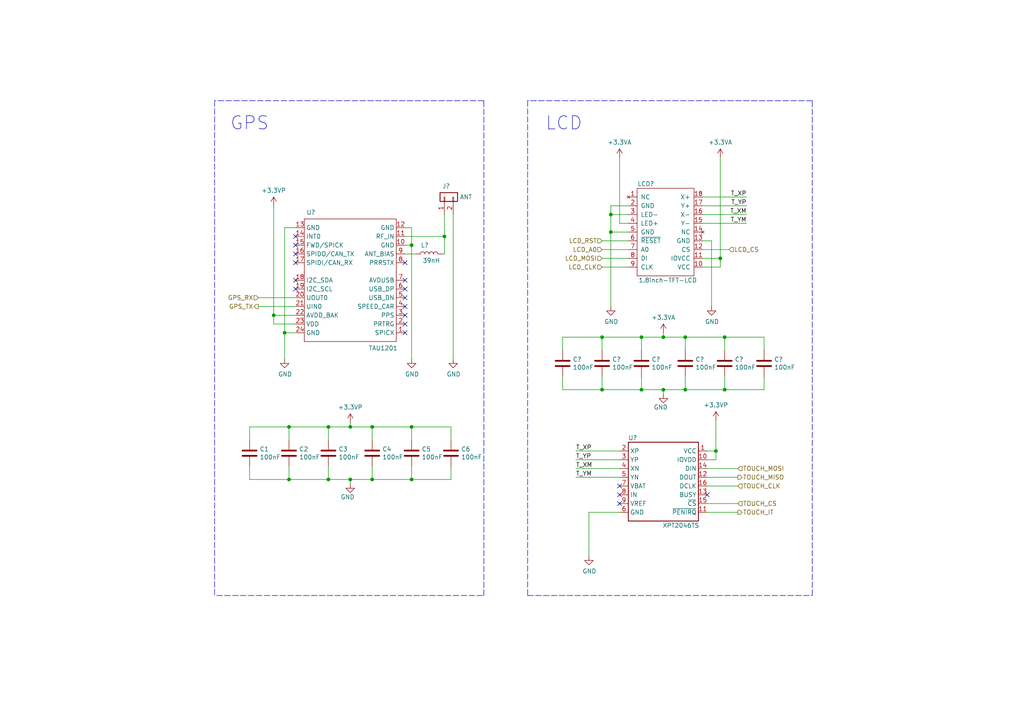
<source format=kicad_sch>
(kicad_sch (version 20211123) (generator eeschema)

  (uuid e04b8c10-725b-4bde-8cbf-66bfea5053e6)

  (paper "A4")

  (title_block
    (title "MM32_Board")
    (date "2022-01-18")
    (rev "1.2.2")
  )

  (lib_symbols
    (symbol "Connector_Generic:Conn_01x02" (pin_names (offset 1.016) hide) (in_bom yes) (on_board yes)
      (property "Reference" "J" (id 0) (at 0 2.54 0)
        (effects (font (size 1.27 1.27)))
      )
      (property "Value" "Conn_01x02" (id 1) (at 0 -5.08 0)
        (effects (font (size 1.27 1.27)))
      )
      (property "Footprint" "" (id 2) (at 0 0 0)
        (effects (font (size 1.27 1.27)) hide)
      )
      (property "Datasheet" "~" (id 3) (at 0 0 0)
        (effects (font (size 1.27 1.27)) hide)
      )
      (property "ki_keywords" "connector" (id 4) (at 0 0 0)
        (effects (font (size 1.27 1.27)) hide)
      )
      (property "ki_description" "Generic connector, single row, 01x02, script generated (kicad-library-utils/schlib/autogen/connector/)" (id 5) (at 0 0 0)
        (effects (font (size 1.27 1.27)) hide)
      )
      (property "ki_fp_filters" "Connector*:*_1x??_*" (id 6) (at 0 0 0)
        (effects (font (size 1.27 1.27)) hide)
      )
      (symbol "Conn_01x02_1_1"
        (rectangle (start -1.27 -2.413) (end 0 -2.667)
          (stroke (width 0.1524) (type default) (color 0 0 0 0))
          (fill (type none))
        )
        (rectangle (start -1.27 0.127) (end 0 -0.127)
          (stroke (width 0.1524) (type default) (color 0 0 0 0))
          (fill (type none))
        )
        (rectangle (start -1.27 1.27) (end 1.27 -3.81)
          (stroke (width 0.254) (type default) (color 0 0 0 0))
          (fill (type none))
        )
        (pin passive line (at -5.08 0 0) (length 3.81)
          (name "Pin_1" (effects (font (size 1.27 1.27))))
          (number "1" (effects (font (size 1.27 1.27))))
        )
        (pin passive line (at -5.08 -2.54 0) (length 3.81)
          (name "Pin_2" (effects (font (size 1.27 1.27))))
          (number "2" (effects (font (size 1.27 1.27))))
        )
      )
    )
    (symbol "Device:C" (pin_numbers hide) (pin_names (offset 0.254)) (in_bom yes) (on_board yes)
      (property "Reference" "C" (id 0) (at 0.635 2.54 0)
        (effects (font (size 1.27 1.27)) (justify left))
      )
      (property "Value" "C" (id 1) (at 0.635 -2.54 0)
        (effects (font (size 1.27 1.27)) (justify left))
      )
      (property "Footprint" "" (id 2) (at 0.9652 -3.81 0)
        (effects (font (size 1.27 1.27)) hide)
      )
      (property "Datasheet" "~" (id 3) (at 0 0 0)
        (effects (font (size 1.27 1.27)) hide)
      )
      (property "ki_keywords" "cap capacitor" (id 4) (at 0 0 0)
        (effects (font (size 1.27 1.27)) hide)
      )
      (property "ki_description" "Unpolarized capacitor" (id 5) (at 0 0 0)
        (effects (font (size 1.27 1.27)) hide)
      )
      (property "ki_fp_filters" "C_*" (id 6) (at 0 0 0)
        (effects (font (size 1.27 1.27)) hide)
      )
      (symbol "C_0_1"
        (polyline
          (pts
            (xy -2.032 -0.762)
            (xy 2.032 -0.762)
          )
          (stroke (width 0.508) (type default) (color 0 0 0 0))
          (fill (type none))
        )
        (polyline
          (pts
            (xy -2.032 0.762)
            (xy 2.032 0.762)
          )
          (stroke (width 0.508) (type default) (color 0 0 0 0))
          (fill (type none))
        )
      )
      (symbol "C_1_1"
        (pin passive line (at 0 3.81 270) (length 2.794)
          (name "~" (effects (font (size 1.27 1.27))))
          (number "1" (effects (font (size 1.27 1.27))))
        )
        (pin passive line (at 0 -3.81 90) (length 2.794)
          (name "~" (effects (font (size 1.27 1.27))))
          (number "2" (effects (font (size 1.27 1.27))))
        )
      )
    )
    (symbol "Device:L" (pin_numbers hide) (pin_names (offset 1.016) hide) (in_bom yes) (on_board yes)
      (property "Reference" "L" (id 0) (at -1.27 0 90)
        (effects (font (size 1.27 1.27)))
      )
      (property "Value" "L" (id 1) (at 1.905 0 90)
        (effects (font (size 1.27 1.27)))
      )
      (property "Footprint" "" (id 2) (at 0 0 0)
        (effects (font (size 1.27 1.27)) hide)
      )
      (property "Datasheet" "~" (id 3) (at 0 0 0)
        (effects (font (size 1.27 1.27)) hide)
      )
      (property "ki_keywords" "inductor choke coil reactor magnetic" (id 4) (at 0 0 0)
        (effects (font (size 1.27 1.27)) hide)
      )
      (property "ki_description" "Inductor" (id 5) (at 0 0 0)
        (effects (font (size 1.27 1.27)) hide)
      )
      (property "ki_fp_filters" "Choke_* *Coil* Inductor_* L_*" (id 6) (at 0 0 0)
        (effects (font (size 1.27 1.27)) hide)
      )
      (symbol "L_0_1"
        (arc (start 0 -2.54) (mid 0.635 -1.905) (end 0 -1.27)
          (stroke (width 0) (type default) (color 0 0 0 0))
          (fill (type none))
        )
        (arc (start 0 -1.27) (mid 0.635 -0.635) (end 0 0)
          (stroke (width 0) (type default) (color 0 0 0 0))
          (fill (type none))
        )
        (arc (start 0 0) (mid 0.635 0.635) (end 0 1.27)
          (stroke (width 0) (type default) (color 0 0 0 0))
          (fill (type none))
        )
        (arc (start 0 1.27) (mid 0.635 1.905) (end 0 2.54)
          (stroke (width 0) (type default) (color 0 0 0 0))
          (fill (type none))
        )
      )
      (symbol "L_1_1"
        (pin passive line (at 0 3.81 270) (length 1.27)
          (name "1" (effects (font (size 1.27 1.27))))
          (number "1" (effects (font (size 1.27 1.27))))
        )
        (pin passive line (at 0 -3.81 90) (length 1.27)
          (name "2" (effects (font (size 1.27 1.27))))
          (number "2" (effects (font (size 1.27 1.27))))
        )
      )
    )
    (symbol "Driver_Display:XPT2046TS" (in_bom yes) (on_board yes)
      (property "Reference" "U" (id 0) (at 1.27 24.13 0)
        (effects (font (size 1.27 1.27)))
      )
      (property "Value" "XPT2046TS" (id 1) (at 8.89 24.13 0)
        (effects (font (size 1.27 1.27)) (justify left))
      )
      (property "Footprint" "Package_SO:TSSOP-16_4.4x5mm_P0.65mm" (id 2) (at 10.16 -2.54 0)
        (effects (font (size 1.27 1.27) italic) hide)
      )
      (property "Datasheet" "http://www.xptek.cn/uploadfile/download/201707171401161883.pdf" (id 3) (at 7.62 -5.08 0)
        (effects (font (size 1.27 1.27)) hide)
      )
      (property "ki_keywords" "Single-supply, 12bit, 4 ch, touch screen driver, 2.2 - 5.25 VDD, -40 to +85 C, QSPI, SPI, 3-wire serial interface, TSSOP-16" (id 4) (at 0 0 0)
        (effects (font (size 1.27 1.27)) hide)
      )
      (property "ki_description" "Single-supply, 12bit, 4 ch, touch screen driver, 2.2 - 5.25 VDD, -40 to +85 C, QSPI, SPI, 3-wire serial interface, TSSOP-16" (id 5) (at 0 0 0)
        (effects (font (size 1.27 1.27)) hide)
      )
      (property "ki_fp_filters" "*TSSOP*4.4x5mm*P0.65mm*" (id 6) (at 0 0 0)
        (effects (font (size 1.27 1.27)) hide)
      )
      (symbol "XPT2046TS_0_1"
        (rectangle (start 0 22.86) (end 20.32 0)
          (stroke (width 0.254) (type default) (color 0 0 0 0))
          (fill (type none))
        )
      )
      (symbol "XPT2046TS_1_1"
        (pin power_in line (at 22.86 20.32 180) (length 2.54)
          (name "VCC" (effects (font (size 1.27 1.27))))
          (number "1" (effects (font (size 1.27 1.27))))
        )
        (pin power_in line (at 22.86 17.78 180) (length 2.54)
          (name "IOVDD" (effects (font (size 1.27 1.27))))
          (number "10" (effects (font (size 1.27 1.27))))
        )
        (pin open_collector line (at 22.86 2.54 180) (length 2.54)
          (name "~{PENIRQ}" (effects (font (size 1.27 1.27))))
          (number "11" (effects (font (size 1.27 1.27))))
        )
        (pin output line (at 22.86 12.7 180) (length 2.54)
          (name "DOUT" (effects (font (size 1.27 1.27))))
          (number "12" (effects (font (size 1.27 1.27))))
        )
        (pin output line (at 22.86 7.62 180) (length 2.54)
          (name "BUSY" (effects (font (size 1.27 1.27))))
          (number "13" (effects (font (size 1.27 1.27))))
        )
        (pin input line (at 22.86 15.24 180) (length 2.54)
          (name "DIN" (effects (font (size 1.27 1.27))))
          (number "14" (effects (font (size 1.27 1.27))))
        )
        (pin input line (at 22.86 5.08 180) (length 2.54)
          (name "~{CS}" (effects (font (size 1.27 1.27))))
          (number "15" (effects (font (size 1.27 1.27))))
        )
        (pin input line (at 22.86 10.16 180) (length 2.54)
          (name "DCLK" (effects (font (size 1.27 1.27))))
          (number "16" (effects (font (size 1.27 1.27))))
        )
        (pin input line (at -2.54 20.32 0) (length 2.54)
          (name "XP" (effects (font (size 1.27 1.27))))
          (number "2" (effects (font (size 1.27 1.27))))
        )
        (pin input line (at -2.54 17.78 0) (length 2.54)
          (name "YP" (effects (font (size 1.27 1.27))))
          (number "3" (effects (font (size 1.27 1.27))))
        )
        (pin input line (at -2.54 15.24 0) (length 2.54)
          (name "XN" (effects (font (size 1.27 1.27))))
          (number "4" (effects (font (size 1.27 1.27))))
        )
        (pin input line (at -2.54 12.7 0) (length 2.54)
          (name "YN" (effects (font (size 1.27 1.27))))
          (number "5" (effects (font (size 1.27 1.27))))
        )
        (pin power_in line (at -2.54 2.54 0) (length 2.54)
          (name "GND" (effects (font (size 1.27 1.27))))
          (number "6" (effects (font (size 1.27 1.27))))
        )
        (pin power_in line (at -2.54 10.16 0) (length 2.54)
          (name "VBAT" (effects (font (size 1.27 1.27))))
          (number "7" (effects (font (size 1.27 1.27))))
        )
        (pin input line (at -2.54 7.62 0) (length 2.54)
          (name "IN" (effects (font (size 1.27 1.27))))
          (number "8" (effects (font (size 1.27 1.27))))
        )
        (pin bidirectional line (at -2.54 5.08 0) (length 2.54)
          (name "VREF" (effects (font (size 1.27 1.27))))
          (number "9" (effects (font (size 1.27 1.27))))
        )
      )
    )
    (symbol "MM32_Periph:1.8inch-TFT-LCD" (pin_names (offset 1.016)) (in_bom yes) (on_board yes)
      (property "Reference" "LCD" (id 0) (at 2.54 26.67 0)
        (effects (font (size 1.27 1.27)))
      )
      (property "Value" "1.8inch-TFT-LCD" (id 1) (at 7.62 -1.27 0)
        (effects (font (size 1.27 1.27)))
      )
      (property "Footprint" "" (id 2) (at 2.54 26.67 0)
        (effects (font (size 1.27 1.27)) hide)
      )
      (property "Datasheet" "" (id 3) (at 2.54 26.67 0)
        (effects (font (size 1.27 1.27)) hide)
      )
      (symbol "1.8inch-TFT-LCD_0_1"
        (rectangle (start 0 25.4) (end 16.51 0)
          (stroke (width 0) (type default) (color 0 0 0 0))
          (fill (type none))
        )
      )
      (symbol "1.8inch-TFT-LCD_1_1"
        (pin no_connect line (at -2.54 22.86 0) (length 2.54)
          (name "NC" (effects (font (size 1.27 1.27))))
          (number "1" (effects (font (size 1.27 1.27))))
        )
        (pin power_in line (at 19.05 2.54 180) (length 2.54)
          (name "VCC" (effects (font (size 1.27 1.27))))
          (number "10" (effects (font (size 1.27 1.27))))
        )
        (pin power_in line (at 19.05 5.08 180) (length 2.54)
          (name "IOVCC" (effects (font (size 1.27 1.27))))
          (number "11" (effects (font (size 1.27 1.27))))
        )
        (pin input line (at 19.05 7.62 180) (length 2.54)
          (name "CS" (effects (font (size 1.27 1.27))))
          (number "12" (effects (font (size 1.27 1.27))))
        )
        (pin power_in line (at 19.05 10.16 180) (length 2.54)
          (name "GND" (effects (font (size 1.27 1.27))))
          (number "13" (effects (font (size 1.27 1.27))))
        )
        (pin no_connect line (at 19.05 12.7 180) (length 2.54)
          (name "NC" (effects (font (size 1.27 1.27))))
          (number "14" (effects (font (size 1.27 1.27))))
        )
        (pin passive line (at 19.05 15.24 180) (length 2.54)
          (name "Y-" (effects (font (size 1.27 1.27))))
          (number "15" (effects (font (size 1.27 1.27))))
        )
        (pin passive line (at 19.05 17.78 180) (length 2.54)
          (name "X-" (effects (font (size 1.27 1.27))))
          (number "16" (effects (font (size 1.27 1.27))))
        )
        (pin passive line (at 19.05 20.32 180) (length 2.54)
          (name "Y+" (effects (font (size 1.27 1.27))))
          (number "17" (effects (font (size 1.27 1.27))))
        )
        (pin passive line (at 19.05 22.86 180) (length 2.54)
          (name "X+" (effects (font (size 1.27 1.27))))
          (number "18" (effects (font (size 1.27 1.27))))
        )
        (pin power_in line (at -2.54 20.32 0) (length 2.54)
          (name "GND" (effects (font (size 1.27 1.27))))
          (number "2" (effects (font (size 1.27 1.27))))
        )
        (pin power_in line (at -2.54 17.78 0) (length 2.54)
          (name "LED-" (effects (font (size 1.27 1.27))))
          (number "3" (effects (font (size 1.27 1.27))))
        )
        (pin power_in line (at -2.54 15.24 0) (length 2.54)
          (name "LED+" (effects (font (size 1.27 1.27))))
          (number "4" (effects (font (size 1.27 1.27))))
        )
        (pin power_in line (at -2.54 12.7 0) (length 2.54)
          (name "GND" (effects (font (size 1.27 1.27))))
          (number "5" (effects (font (size 1.27 1.27))))
        )
        (pin input line (at -2.54 10.16 0) (length 2.54)
          (name "~{RESET}" (effects (font (size 1.27 1.27))))
          (number "6" (effects (font (size 1.27 1.27))))
        )
        (pin input line (at -2.54 7.62 0) (length 2.54)
          (name "A0" (effects (font (size 1.27 1.27))))
          (number "7" (effects (font (size 1.27 1.27))))
        )
        (pin input line (at -2.54 5.08 0) (length 2.54)
          (name "DI" (effects (font (size 1.27 1.27))))
          (number "8" (effects (font (size 1.27 1.27))))
        )
        (pin input line (at -2.54 2.54 0) (length 2.54)
          (name "CLK" (effects (font (size 1.27 1.27))))
          (number "9" (effects (font (size 1.27 1.27))))
        )
      )
    )
    (symbol "MM32_Periph:TAU1201" (in_bom yes) (on_board yes)
      (property "Reference" "U" (id 0) (at 1.27 36.83 0)
        (effects (font (size 1.27 1.27)))
      )
      (property "Value" "TAU1201" (id 1) (at 22.86 -1.27 0)
        (effects (font (size 1.27 1.27)))
      )
      (property "Footprint" "RF_GPS:ublox_NEO" (id 2) (at 8.89 -1.27 0)
        (effects (font (size 1.27 1.27)) hide)
      )
      (property "Datasheet" "" (id 3) (at 1.27 30.48 0)
        (effects (font (size 1.27 1.27)) hide)
      )
      (symbol "TAU1201_0_1"
        (rectangle (start 0 35.56) (end 26.67 0)
          (stroke (width 0) (type default) (color 0 0 0 0))
          (fill (type none))
        )
      )
      (symbol "TAU1201_1_1"
        (pin output line (at -2.54 33.02 0) (length 2.54)
          (name "SPICX" (effects (font (size 1.27 1.27))))
          (number "1" (effects (font (size 1.27 1.27))))
        )
        (pin power_in line (at -2.54 7.62 0) (length 2.54)
          (name "GND" (effects (font (size 1.27 1.27))))
          (number "10" (effects (font (size 1.27 1.27))))
        )
        (pin input line (at -2.54 5.08 0) (length 2.54)
          (name "RF_IN" (effects (font (size 1.27 1.27))))
          (number "11" (effects (font (size 1.27 1.27))))
        )
        (pin power_in line (at -2.54 2.54 0) (length 2.54)
          (name "GND" (effects (font (size 1.27 1.27))))
          (number "12" (effects (font (size 1.27 1.27))))
        )
        (pin power_in line (at 29.21 2.54 180) (length 2.54)
          (name "GND" (effects (font (size 1.27 1.27))))
          (number "13" (effects (font (size 1.27 1.27))))
        )
        (pin output line (at 29.21 5.08 180) (length 2.54)
          (name "INT0" (effects (font (size 1.27 1.27))))
          (number "14" (effects (font (size 1.27 1.27))))
        )
        (pin output line (at 29.21 7.62 180) (length 2.54)
          (name "FWD/SPICK" (effects (font (size 1.27 1.27))))
          (number "15" (effects (font (size 1.27 1.27))))
        )
        (pin output line (at 29.21 10.16 180) (length 2.54)
          (name "SPIDO/CAN_TX" (effects (font (size 1.27 1.27))))
          (number "16" (effects (font (size 1.27 1.27))))
        )
        (pin input line (at 29.21 12.7 180) (length 2.54)
          (name "SPIDI/CAN_RX" (effects (font (size 1.27 1.27))))
          (number "17" (effects (font (size 1.27 1.27))))
        )
        (pin bidirectional line (at 29.21 17.78 180) (length 2.54)
          (name "I2C_SDA" (effects (font (size 1.27 1.27))))
          (number "18" (effects (font (size 1.27 1.27))))
        )
        (pin output line (at 29.21 20.32 180) (length 2.54)
          (name "I2C_SCL" (effects (font (size 1.27 1.27))))
          (number "19" (effects (font (size 1.27 1.27))))
        )
        (pin input line (at -2.54 30.48 0) (length 2.54)
          (name "PRTRG" (effects (font (size 1.27 1.27))))
          (number "2" (effects (font (size 1.27 1.27))))
        )
        (pin output line (at 29.21 22.86 180) (length 2.54)
          (name "UOUT0" (effects (font (size 1.27 1.27))))
          (number "20" (effects (font (size 1.27 1.27))))
        )
        (pin input line (at 29.21 25.4 180) (length 2.54)
          (name "UIN0" (effects (font (size 1.27 1.27))))
          (number "21" (effects (font (size 1.27 1.27))))
        )
        (pin power_in line (at 29.21 27.94 180) (length 2.54)
          (name "AVDD_BAK" (effects (font (size 1.27 1.27))))
          (number "22" (effects (font (size 1.27 1.27))))
        )
        (pin power_in line (at 29.21 30.48 180) (length 2.54)
          (name "VDD" (effects (font (size 1.27 1.27))))
          (number "23" (effects (font (size 1.27 1.27))))
        )
        (pin power_in line (at 29.21 33.02 180) (length 2.54)
          (name "GND" (effects (font (size 1.27 1.27))))
          (number "24" (effects (font (size 1.27 1.27))))
        )
        (pin output line (at -2.54 27.94 0) (length 2.54)
          (name "PPS" (effects (font (size 1.27 1.27))))
          (number "3" (effects (font (size 1.27 1.27))))
        )
        (pin input line (at -2.54 25.4 0) (length 2.54)
          (name "SPEED_CAR" (effects (font (size 1.27 1.27))))
          (number "4" (effects (font (size 1.27 1.27))))
        )
        (pin bidirectional line (at -2.54 22.86 0) (length 2.54)
          (name "USB_DN" (effects (font (size 1.27 1.27))))
          (number "5" (effects (font (size 1.27 1.27))))
        )
        (pin bidirectional line (at -2.54 20.32 0) (length 2.54)
          (name "USB_DP" (effects (font (size 1.27 1.27))))
          (number "6" (effects (font (size 1.27 1.27))))
        )
        (pin power_in line (at -2.54 17.78 0) (length 2.54)
          (name "AVDUSB" (effects (font (size 1.27 1.27))))
          (number "7" (effects (font (size 1.27 1.27))))
        )
        (pin input line (at -2.54 12.7 0) (length 2.54)
          (name "PRRSTX" (effects (font (size 1.27 1.27))))
          (number "8" (effects (font (size 1.27 1.27))))
        )
        (pin output line (at -2.54 10.16 0) (length 2.54)
          (name "ANT_BIAS" (effects (font (size 1.27 1.27))))
          (number "9" (effects (font (size 1.27 1.27))))
        )
      )
    )
    (symbol "power:+3.3VA" (power) (pin_names (offset 0)) (in_bom yes) (on_board yes)
      (property "Reference" "#PWR" (id 0) (at 0 -3.81 0)
        (effects (font (size 1.27 1.27)) hide)
      )
      (property "Value" "+3.3VA" (id 1) (at 0 3.556 0)
        (effects (font (size 1.27 1.27)))
      )
      (property "Footprint" "" (id 2) (at 0 0 0)
        (effects (font (size 1.27 1.27)) hide)
      )
      (property "Datasheet" "" (id 3) (at 0 0 0)
        (effects (font (size 1.27 1.27)) hide)
      )
      (property "ki_keywords" "power-flag" (id 4) (at 0 0 0)
        (effects (font (size 1.27 1.27)) hide)
      )
      (property "ki_description" "Power symbol creates a global label with name \"+3.3VA\"" (id 5) (at 0 0 0)
        (effects (font (size 1.27 1.27)) hide)
      )
      (symbol "+3.3VA_0_1"
        (polyline
          (pts
            (xy -0.762 1.27)
            (xy 0 2.54)
          )
          (stroke (width 0) (type default) (color 0 0 0 0))
          (fill (type none))
        )
        (polyline
          (pts
            (xy 0 0)
            (xy 0 2.54)
          )
          (stroke (width 0) (type default) (color 0 0 0 0))
          (fill (type none))
        )
        (polyline
          (pts
            (xy 0 2.54)
            (xy 0.762 1.27)
          )
          (stroke (width 0) (type default) (color 0 0 0 0))
          (fill (type none))
        )
      )
      (symbol "+3.3VA_1_1"
        (pin power_in line (at 0 0 90) (length 0) hide
          (name "+3.3VA" (effects (font (size 1.27 1.27))))
          (number "1" (effects (font (size 1.27 1.27))))
        )
      )
    )
    (symbol "power:+3.3VP" (power) (pin_names (offset 0)) (in_bom yes) (on_board yes)
      (property "Reference" "#PWR" (id 0) (at 3.81 -1.27 0)
        (effects (font (size 1.27 1.27)) hide)
      )
      (property "Value" "+3.3VP" (id 1) (at 0 2.54 0)
        (effects (font (size 1.27 1.27)))
      )
      (property "Footprint" "" (id 2) (at 0 0 0)
        (effects (font (size 1.27 1.27)) hide)
      )
      (property "Datasheet" "" (id 3) (at 0 0 0)
        (effects (font (size 1.27 1.27)) hide)
      )
      (property "ki_keywords" "power-flag" (id 4) (at 0 0 0)
        (effects (font (size 1.27 1.27)) hide)
      )
      (property "ki_description" "Power symbol creates a global label with name \"+3.3VP\"" (id 5) (at 0 0 0)
        (effects (font (size 1.27 1.27)) hide)
      )
      (symbol "+3.3VP_0_0"
        (pin power_in line (at 0 0 90) (length 0) hide
          (name "+3.3VP" (effects (font (size 1.27 1.27))))
          (number "1" (effects (font (size 1.27 1.27))))
        )
      )
      (symbol "+3.3VP_0_1"
        (polyline
          (pts
            (xy -0.762 1.27)
            (xy 0 2.54)
          )
          (stroke (width 0) (type default) (color 0 0 0 0))
          (fill (type none))
        )
        (polyline
          (pts
            (xy 0 0)
            (xy 0 2.54)
          )
          (stroke (width 0) (type default) (color 0 0 0 0))
          (fill (type none))
        )
        (polyline
          (pts
            (xy 0 2.54)
            (xy 0.762 1.27)
          )
          (stroke (width 0) (type default) (color 0 0 0 0))
          (fill (type none))
        )
      )
    )
    (symbol "power:GND" (power) (pin_names (offset 0)) (in_bom yes) (on_board yes)
      (property "Reference" "#PWR" (id 0) (at 0 -6.35 0)
        (effects (font (size 1.27 1.27)) hide)
      )
      (property "Value" "GND" (id 1) (at 0 -3.81 0)
        (effects (font (size 1.27 1.27)))
      )
      (property "Footprint" "" (id 2) (at 0 0 0)
        (effects (font (size 1.27 1.27)) hide)
      )
      (property "Datasheet" "" (id 3) (at 0 0 0)
        (effects (font (size 1.27 1.27)) hide)
      )
      (property "ki_keywords" "power-flag" (id 4) (at 0 0 0)
        (effects (font (size 1.27 1.27)) hide)
      )
      (property "ki_description" "Power symbol creates a global label with name \"GND\" , ground" (id 5) (at 0 0 0)
        (effects (font (size 1.27 1.27)) hide)
      )
      (symbol "GND_0_1"
        (polyline
          (pts
            (xy 0 0)
            (xy 0 -1.27)
            (xy 1.27 -1.27)
            (xy 0 -2.54)
            (xy -1.27 -1.27)
            (xy 0 -1.27)
          )
          (stroke (width 0) (type default) (color 0 0 0 0))
          (fill (type none))
        )
      )
      (symbol "GND_1_1"
        (pin power_in line (at 0 0 270) (length 0) hide
          (name "GND" (effects (font (size 1.27 1.27))))
          (number "1" (effects (font (size 1.27 1.27))))
        )
      )
    )
  )

  (junction (at 198.755 97.79) (diameter 0) (color 0 0 0 0)
    (uuid 0648b195-3f37-49a2-a952-4c5886b521de)
  )
  (junction (at 128.905 68.58) (diameter 0) (color 0 0 0 0)
    (uuid 2aa21f9e-73e7-40d1-a630-0290bc6939b1)
  )
  (junction (at 186.055 97.79) (diameter 0) (color 0 0 0 0)
    (uuid 2ca148b4-658e-4a63-ab5c-2e293c8a2284)
  )
  (junction (at 207.645 130.81) (diameter 0) (color 0 0 0 0)
    (uuid 3b9ce6b0-047c-4e71-81a7-b0a5c13aa4d2)
  )
  (junction (at 119.38 139.065) (diameter 0) (color 0 0 0 0)
    (uuid 41b1c43f-1cf7-41e3-a5a8-38a62804fb39)
  )
  (junction (at 192.405 113.03) (diameter 0) (color 0 0 0 0)
    (uuid 5b86cb50-e2ef-475e-93e3-77fea6b5a690)
  )
  (junction (at 208.915 74.93) (diameter 0) (color 0 0 0 0)
    (uuid 6afdccaa-d9c7-4949-88e8-e04bfdac5efc)
  )
  (junction (at 83.82 123.825) (diameter 0) (color 0 0 0 0)
    (uuid 6b5f1cf9-691f-4e24-be9f-e126368760e1)
  )
  (junction (at 198.755 113.03) (diameter 0) (color 0 0 0 0)
    (uuid 7167e0fb-15b0-446d-969c-ecf63e50097d)
  )
  (junction (at 107.95 139.065) (diameter 0) (color 0 0 0 0)
    (uuid 76950f0b-e87f-46fc-8aef-836d343e3f3b)
  )
  (junction (at 119.38 123.825) (diameter 0) (color 0 0 0 0)
    (uuid 7abe5dd7-7ad0-4791-80f0-c58f8336f7d5)
  )
  (junction (at 101.6 139.065) (diameter 0) (color 0 0 0 0)
    (uuid 7de76739-d384-451d-8409-ae46970f6591)
  )
  (junction (at 119.38 71.12) (diameter 0) (color 0 0 0 0)
    (uuid 810d1828-323c-409a-960d-456fda8be10a)
  )
  (junction (at 210.185 97.79) (diameter 0) (color 0 0 0 0)
    (uuid 8afefa03-006b-4e40-b19e-6596c7cc472e)
  )
  (junction (at 192.405 97.79) (diameter 0) (color 0 0 0 0)
    (uuid 95376300-f16d-43b2-b149-df8f49eb2782)
  )
  (junction (at 79.375 91.44) (diameter 0) (color 0 0 0 0)
    (uuid 9e37b663-8438-4ca8-8ccc-0a79b5b197b6)
  )
  (junction (at 95.25 139.065) (diameter 0) (color 0 0 0 0)
    (uuid a7722699-6b8d-4754-a694-34adb30333c9)
  )
  (junction (at 177.165 67.31) (diameter 0) (color 0 0 0 0)
    (uuid b9272e8b-2d00-4d6b-ae8c-fd62ef331586)
  )
  (junction (at 101.6 123.825) (diameter 0) (color 0 0 0 0)
    (uuid c05fe83b-9fda-4b25-9a9f-1dc601dda6ee)
  )
  (junction (at 210.185 113.03) (diameter 0) (color 0 0 0 0)
    (uuid c2d81a3b-9b02-4ddc-9c7b-c0e881678970)
  )
  (junction (at 83.82 139.065) (diameter 0) (color 0 0 0 0)
    (uuid e1bf782b-baf6-4609-b335-8701692e03eb)
  )
  (junction (at 177.165 62.23) (diameter 0) (color 0 0 0 0)
    (uuid e2743b78-cc59-458c-8fb0-4238f348a49f)
  )
  (junction (at 174.625 97.79) (diameter 0) (color 0 0 0 0)
    (uuid e419300a-5404-42ba-8c9b-e8cd5066ac8e)
  )
  (junction (at 95.25 123.825) (diameter 0) (color 0 0 0 0)
    (uuid e6b77ccf-9b24-4a97-bdbf-51fd282d2101)
  )
  (junction (at 82.55 96.52) (diameter 0) (color 0 0 0 0)
    (uuid e746ec00-0dfd-4bc7-b357-6b4860c148ef)
  )
  (junction (at 174.625 113.03) (diameter 0) (color 0 0 0 0)
    (uuid e9581bdc-0c32-481f-b3ec-f590264a37c8)
  )
  (junction (at 186.055 113.03) (diameter 0) (color 0 0 0 0)
    (uuid eb79b938-dc23-4503-beb0-3634b653c9e4)
  )
  (junction (at 107.95 123.825) (diameter 0) (color 0 0 0 0)
    (uuid f619faf6-19eb-4d6a-bd81-86a8d0811a38)
  )

  (no_connect (at 117.475 83.82) (uuid 0d32fbdb-2a37-4863-af10-fc85c1c6174f))
  (no_connect (at 85.725 68.58) (uuid 0d7333ca-0587-43cb-9af7-f59016c85820))
  (no_connect (at 85.725 81.28) (uuid 2571f4c8-d7fc-4e8c-94df-f480e56bb717))
  (no_connect (at 117.475 96.52) (uuid 4e0c0da6-a302-49a1-8b88-4dccac856a0b))
  (no_connect (at 117.475 88.9) (uuid 5bd90e77-727e-49e2-881e-09f4ce3768d4))
  (no_connect (at 205.105 143.51) (uuid 636332c5-387a-4243-bc33-7882b1adfdac))
  (no_connect (at 85.725 71.12) (uuid 6597e724-ffad-43f1-9619-cca25cced87f))
  (no_connect (at 117.475 81.28) (uuid 7be13a36-eb8e-440f-aaac-2fd6665d9f61))
  (no_connect (at 117.475 91.44) (uuid 911557e5-adec-4d13-9794-a18b325eb4ea))
  (no_connect (at 85.725 76.2) (uuid 9cab0c4e-2726-433f-a46f-c25156ae2489))
  (no_connect (at 179.705 146.05) (uuid 9fb9a654-045f-4c58-ba9d-e6e9d641e3ae))
  (no_connect (at 179.705 140.97) (uuid a95b6208-cd25-486f-8a35-f7d7b1426174))
  (no_connect (at 117.475 86.36) (uuid af7ccd5a-4c05-4a49-a412-ca568e4c81d2))
  (no_connect (at 179.705 143.51) (uuid bf8bfbb4-4b7a-430e-865f-8acab9f8c04d))
  (no_connect (at 85.725 83.82) (uuid c1d39a30-006e-4167-9c23-81a57fa0c1bb))
  (no_connect (at 117.475 93.98) (uuid c94b6f38-b2c7-494d-9fba-9edbdd8e122a))
  (no_connect (at 117.475 76.2) (uuid fa16f237-4e21-4b18-8c54-f7de4e62bbb6))
  (no_connect (at 85.725 73.66) (uuid fc329e60-968a-4f61-ba77-53d29ff8c1c7))

  (wire (pts (xy 210.185 97.79) (xy 221.615 97.79))
    (stroke (width 0) (type default) (color 0 0 0 0))
    (uuid 01600802-66c5-45a2-be7f-4fa2327d845b)
  )
  (wire (pts (xy 174.625 109.22) (xy 174.625 113.03))
    (stroke (width 0) (type default) (color 0 0 0 0))
    (uuid 01caafb3-af8a-4642-870c-c290b286d040)
  )
  (wire (pts (xy 72.39 135.255) (xy 72.39 139.065))
    (stroke (width 0) (type default) (color 0 0 0 0))
    (uuid 05caba8f-3356-444b-ba62-5732650c2b7a)
  )
  (wire (pts (xy 216.535 59.69) (xy 203.835 59.69))
    (stroke (width 0) (type default) (color 0 0 0 0))
    (uuid 06fb8a5e-69f3-44ca-bc88-4da9a1408625)
  )
  (wire (pts (xy 179.705 138.43) (xy 167.005 138.43))
    (stroke (width 0) (type default) (color 0 0 0 0))
    (uuid 09433d97-62ec-42de-89f2-7d0b68dc1b9d)
  )
  (wire (pts (xy 95.25 139.065) (xy 101.6 139.065))
    (stroke (width 0) (type default) (color 0 0 0 0))
    (uuid 09a1a9d0-eae1-4d4e-8d86-e30d310e6dc2)
  )
  (wire (pts (xy 163.195 109.22) (xy 163.195 113.03))
    (stroke (width 0) (type default) (color 0 0 0 0))
    (uuid 0ef32369-e37b-408d-9752-7cbb993d9abb)
  )
  (wire (pts (xy 198.755 113.03) (xy 210.185 113.03))
    (stroke (width 0) (type default) (color 0 0 0 0))
    (uuid 10a7d7ef-d6be-484c-be36-2908e6c77393)
  )
  (wire (pts (xy 74.93 88.9) (xy 85.725 88.9))
    (stroke (width 0) (type default) (color 0 0 0 0))
    (uuid 11547ba3-d459-4ced-9333-92979d5b86e1)
  )
  (wire (pts (xy 95.25 135.255) (xy 95.25 139.065))
    (stroke (width 0) (type default) (color 0 0 0 0))
    (uuid 12e6e120-19cc-463c-9214-466d4862a19b)
  )
  (wire (pts (xy 83.82 123.825) (xy 95.25 123.825))
    (stroke (width 0) (type default) (color 0 0 0 0))
    (uuid 164836f1-cff4-4f58-89dd-9c95ca06295d)
  )
  (wire (pts (xy 213.995 140.97) (xy 205.105 140.97))
    (stroke (width 0) (type default) (color 0 0 0 0))
    (uuid 198642f2-8db4-475b-ac24-9da65c994a3a)
  )
  (wire (pts (xy 198.755 109.22) (xy 198.755 113.03))
    (stroke (width 0) (type default) (color 0 0 0 0))
    (uuid 1cd08355-701e-4fba-886f-d48517dcccf5)
  )
  (wire (pts (xy 198.755 97.79) (xy 210.185 97.79))
    (stroke (width 0) (type default) (color 0 0 0 0))
    (uuid 1d20c966-0439-42a1-b5e3-5e76b52f827f)
  )
  (wire (pts (xy 210.185 109.22) (xy 210.185 113.03))
    (stroke (width 0) (type default) (color 0 0 0 0))
    (uuid 1db46316-f403-492b-8814-154fc43d62a8)
  )
  (wire (pts (xy 119.38 135.255) (xy 119.38 139.065))
    (stroke (width 0) (type default) (color 0 0 0 0))
    (uuid 1e53c96f-0cd9-4154-ae37-2bfb8441958a)
  )
  (wire (pts (xy 210.185 101.6) (xy 210.185 97.79))
    (stroke (width 0) (type default) (color 0 0 0 0))
    (uuid 200b738a-50e9-4f57-b197-9a6a0ae11af3)
  )
  (wire (pts (xy 72.39 127.635) (xy 72.39 123.825))
    (stroke (width 0) (type default) (color 0 0 0 0))
    (uuid 2027ba5c-fa70-49ee-a37b-bc221a59efa1)
  )
  (wire (pts (xy 72.39 139.065) (xy 83.82 139.065))
    (stroke (width 0) (type default) (color 0 0 0 0))
    (uuid 24a548b9-64d7-4ab3-9c0c-a235733e156f)
  )
  (wire (pts (xy 174.625 69.85) (xy 182.245 69.85))
    (stroke (width 0) (type default) (color 0 0 0 0))
    (uuid 2952439a-4d93-45a3-a998-2b2fce2c5fe9)
  )
  (wire (pts (xy 205.105 148.59) (xy 213.995 148.59))
    (stroke (width 0) (type default) (color 0 0 0 0))
    (uuid 2d916084-6196-4479-adf2-d8e271fa0c32)
  )
  (wire (pts (xy 192.405 114.3) (xy 192.405 113.03))
    (stroke (width 0) (type default) (color 0 0 0 0))
    (uuid 2f8dfa45-14b0-4de4-b3b0-e7b73da81a0a)
  )
  (wire (pts (xy 192.405 97.79) (xy 192.405 96.52))
    (stroke (width 0) (type default) (color 0 0 0 0))
    (uuid 32f4eb0d-8b7c-4e0f-8b4a-904219172497)
  )
  (wire (pts (xy 130.81 139.065) (xy 130.81 135.255))
    (stroke (width 0) (type default) (color 0 0 0 0))
    (uuid 333bc149-68fb-412e-97bd-2341a0f88c3a)
  )
  (wire (pts (xy 163.195 113.03) (xy 174.625 113.03))
    (stroke (width 0) (type default) (color 0 0 0 0))
    (uuid 33b6dbe8-d555-4f35-a63c-27c75fa09ca7)
  )
  (wire (pts (xy 119.38 71.12) (xy 119.38 104.14))
    (stroke (width 0) (type default) (color 0 0 0 0))
    (uuid 33e40dd5-556d-4de0-ab08-235c61b7ba9f)
  )
  (wire (pts (xy 107.95 127.635) (xy 107.95 123.825))
    (stroke (width 0) (type default) (color 0 0 0 0))
    (uuid 34eeeb13-76fb-4ad0-bcee-1a6bf6658b94)
  )
  (wire (pts (xy 198.755 101.6) (xy 198.755 97.79))
    (stroke (width 0) (type default) (color 0 0 0 0))
    (uuid 3662e68b-207e-47a3-930c-038dfd8202b6)
  )
  (wire (pts (xy 82.55 96.52) (xy 85.725 96.52))
    (stroke (width 0) (type default) (color 0 0 0 0))
    (uuid 3a274653-eff3-4ffe-9be8-2bfd0950af0a)
  )
  (wire (pts (xy 131.445 62.23) (xy 131.445 104.14))
    (stroke (width 0) (type default) (color 0 0 0 0))
    (uuid 3a568413-17bd-4a87-b1ac-928e77fa1b6a)
  )
  (wire (pts (xy 177.165 67.31) (xy 177.165 62.23))
    (stroke (width 0) (type default) (color 0 0 0 0))
    (uuid 3eff8f32-349a-4846-b484-abdc036c7174)
  )
  (wire (pts (xy 117.475 68.58) (xy 128.905 68.58))
    (stroke (width 0) (type default) (color 0 0 0 0))
    (uuid 41fc1c23-edd4-45a5-8036-7f62b013770f)
  )
  (wire (pts (xy 117.475 73.66) (xy 120.65 73.66))
    (stroke (width 0) (type default) (color 0 0 0 0))
    (uuid 42b7a68a-3837-4773-af68-a35059da48c3)
  )
  (wire (pts (xy 107.95 135.255) (xy 107.95 139.065))
    (stroke (width 0) (type default) (color 0 0 0 0))
    (uuid 42eac08c-d8fd-4b26-820a-ea67039e14c1)
  )
  (wire (pts (xy 95.25 123.825) (xy 101.6 123.825))
    (stroke (width 0) (type default) (color 0 0 0 0))
    (uuid 4584a5f3-33a1-433b-bcb7-9430418cdcbd)
  )
  (wire (pts (xy 216.535 64.77) (xy 203.835 64.77))
    (stroke (width 0) (type default) (color 0 0 0 0))
    (uuid 462f8e7e-09c6-4676-ba4f-fd07b2868aa8)
  )
  (wire (pts (xy 107.95 123.825) (xy 119.38 123.825))
    (stroke (width 0) (type default) (color 0 0 0 0))
    (uuid 46f5b5dc-fa32-4499-a40a-51196ee6c240)
  )
  (wire (pts (xy 208.915 74.93) (xy 208.915 45.72))
    (stroke (width 0) (type default) (color 0 0 0 0))
    (uuid 471f517c-6d52-459f-9d7a-aedf176fc9e0)
  )
  (wire (pts (xy 83.82 139.065) (xy 95.25 139.065))
    (stroke (width 0) (type default) (color 0 0 0 0))
    (uuid 4902ff89-053c-4142-a6af-a7efb28948f7)
  )
  (wire (pts (xy 207.645 130.81) (xy 207.645 133.35))
    (stroke (width 0) (type default) (color 0 0 0 0))
    (uuid 49c3a7d7-9453-4986-bcff-387f274073df)
  )
  (wire (pts (xy 179.705 133.35) (xy 167.005 133.35))
    (stroke (width 0) (type default) (color 0 0 0 0))
    (uuid 4c77837f-2440-4b7b-8e7e-430f981c7c04)
  )
  (wire (pts (xy 119.38 66.04) (xy 119.38 71.12))
    (stroke (width 0) (type default) (color 0 0 0 0))
    (uuid 504b138d-cda6-48ea-a44b-2c0d0cf874fc)
  )
  (wire (pts (xy 182.245 77.47) (xy 174.625 77.47))
    (stroke (width 0) (type default) (color 0 0 0 0))
    (uuid 50cd7dd2-4ee6-4ead-a8d7-6798eb55f8db)
  )
  (wire (pts (xy 179.705 64.77) (xy 179.705 45.72))
    (stroke (width 0) (type default) (color 0 0 0 0))
    (uuid 52da99c6-c348-4007-8828-51a963a2879f)
  )
  (polyline (pts (xy 235.585 29.21) (xy 153.035 29.21))
    (stroke (width 0) (type default) (color 0 0 0 0))
    (uuid 532cb9ef-7fac-483b-aaf5-b83d764d0176)
  )

  (wire (pts (xy 167.005 130.81) (xy 179.705 130.81))
    (stroke (width 0) (type default) (color 0 0 0 0))
    (uuid 53548090-4b36-44b5-9ef5-2fa214b2fbf4)
  )
  (wire (pts (xy 82.55 66.04) (xy 82.55 96.52))
    (stroke (width 0) (type default) (color 0 0 0 0))
    (uuid 539dec9e-2c45-4201-ab13-cbbbab8fc31b)
  )
  (wire (pts (xy 174.625 113.03) (xy 186.055 113.03))
    (stroke (width 0) (type default) (color 0 0 0 0))
    (uuid 55870dc1-a751-4fb1-a7eb-fe844b64659b)
  )
  (wire (pts (xy 186.055 97.79) (xy 192.405 97.79))
    (stroke (width 0) (type default) (color 0 0 0 0))
    (uuid 58c4b7f1-3bfe-4269-af43-3ce726a108d9)
  )
  (wire (pts (xy 186.055 101.6) (xy 186.055 97.79))
    (stroke (width 0) (type default) (color 0 0 0 0))
    (uuid 5a29cdb1-72f4-490b-b940-70ed3bd8dac4)
  )
  (wire (pts (xy 130.81 123.825) (xy 130.81 127.635))
    (stroke (width 0) (type default) (color 0 0 0 0))
    (uuid 5c64faf3-fe58-4bc3-95dd-e7d6a4817f5b)
  )
  (wire (pts (xy 174.625 74.93) (xy 182.245 74.93))
    (stroke (width 0) (type default) (color 0 0 0 0))
    (uuid 5d00cbc9-46cb-472e-b705-59da8e971192)
  )
  (wire (pts (xy 182.245 72.39) (xy 174.625 72.39))
    (stroke (width 0) (type default) (color 0 0 0 0))
    (uuid 5da519c8-016f-4f2c-843d-d8fc54aa43f1)
  )
  (wire (pts (xy 203.835 62.23) (xy 216.535 62.23))
    (stroke (width 0) (type default) (color 0 0 0 0))
    (uuid 5f4676ff-2597-415d-a32e-98d53038f432)
  )
  (wire (pts (xy 208.915 77.47) (xy 208.915 74.93))
    (stroke (width 0) (type default) (color 0 0 0 0))
    (uuid 6024ea82-89e7-47fa-a1cd-0f37ee126f02)
  )
  (wire (pts (xy 74.93 86.36) (xy 85.725 86.36))
    (stroke (width 0) (type default) (color 0 0 0 0))
    (uuid 60628c1f-f7b2-4a4b-be6f-62bc1a819432)
  )
  (wire (pts (xy 205.105 146.05) (xy 213.995 146.05))
    (stroke (width 0) (type default) (color 0 0 0 0))
    (uuid 61415144-ce8f-483a-82b7-e2e320f7f0b4)
  )
  (wire (pts (xy 177.165 62.23) (xy 177.165 59.69))
    (stroke (width 0) (type default) (color 0 0 0 0))
    (uuid 65f89bc6-cda1-4481-b360-d7547150b31e)
  )
  (wire (pts (xy 177.165 59.69) (xy 182.245 59.69))
    (stroke (width 0) (type default) (color 0 0 0 0))
    (uuid 666dc23c-d707-448f-841d-377a6e08a250)
  )
  (wire (pts (xy 101.6 123.825) (xy 101.6 122.555))
    (stroke (width 0) (type default) (color 0 0 0 0))
    (uuid 69035033-8b28-4669-a4e5-5c469cfe388c)
  )
  (wire (pts (xy 79.375 91.44) (xy 79.375 93.98))
    (stroke (width 0) (type default) (color 0 0 0 0))
    (uuid 69f62579-6184-4042-983f-4813ac79ed5e)
  )
  (polyline (pts (xy 153.035 172.72) (xy 235.585 172.72))
    (stroke (width 0) (type default) (color 0 0 0 0))
    (uuid 70cf3e26-e279-4e61-a2f5-466ff5585d49)
  )
  (polyline (pts (xy 62.23 29.21) (xy 62.23 172.72))
    (stroke (width 0) (type default) (color 0 0 0 0))
    (uuid 7308e13a-4809-4e8e-af65-9905819aa376)
  )

  (wire (pts (xy 163.195 97.79) (xy 174.625 97.79))
    (stroke (width 0) (type default) (color 0 0 0 0))
    (uuid 74d2d2c1-d0d5-412f-ab06-bb67df0a3900)
  )
  (wire (pts (xy 117.475 66.04) (xy 119.38 66.04))
    (stroke (width 0) (type default) (color 0 0 0 0))
    (uuid 75d5a810-84fd-42c4-a0b7-6b82d09662a2)
  )
  (wire (pts (xy 101.6 123.825) (xy 107.95 123.825))
    (stroke (width 0) (type default) (color 0 0 0 0))
    (uuid 799984b0-b44f-4b3d-9e97-2d96280b2ac3)
  )
  (wire (pts (xy 203.835 77.47) (xy 208.915 77.47))
    (stroke (width 0) (type default) (color 0 0 0 0))
    (uuid 7c3fa13a-5250-4394-8d82-80430597df04)
  )
  (wire (pts (xy 128.905 68.58) (xy 128.905 73.66))
    (stroke (width 0) (type default) (color 0 0 0 0))
    (uuid 7ca09fd4-d48a-436a-8dbe-2bf5119efecb)
  )
  (polyline (pts (xy 62.865 172.72) (xy 140.335 172.72))
    (stroke (width 0) (type default) (color 0 0 0 0))
    (uuid 7e509ce7-bdc7-45fb-b2d0-c14a958a5480)
  )

  (wire (pts (xy 79.375 93.98) (xy 85.725 93.98))
    (stroke (width 0) (type default) (color 0 0 0 0))
    (uuid 7ee553ac-f4f6-4c74-8181-addcfdfd2628)
  )
  (wire (pts (xy 79.375 91.44) (xy 85.725 91.44))
    (stroke (width 0) (type default) (color 0 0 0 0))
    (uuid 835a799e-6ee7-45e5-a1d6-45f141a5bc0f)
  )
  (wire (pts (xy 186.055 113.03) (xy 192.405 113.03))
    (stroke (width 0) (type default) (color 0 0 0 0))
    (uuid 84282cc7-416d-48c2-ae9f-c0149b35065e)
  )
  (wire (pts (xy 203.835 57.15) (xy 216.535 57.15))
    (stroke (width 0) (type default) (color 0 0 0 0))
    (uuid 84e64de5-2809-4251-a45b-2b46d2cc79df)
  )
  (wire (pts (xy 170.815 161.29) (xy 170.815 148.59))
    (stroke (width 0) (type default) (color 0 0 0 0))
    (uuid 8634edb8-50db-43d2-95bb-5918d2cd24cc)
  )
  (wire (pts (xy 83.82 127.635) (xy 83.82 123.825))
    (stroke (width 0) (type default) (color 0 0 0 0))
    (uuid 8cd3e9e3-b6db-4357-a3a9-f79c219a6007)
  )
  (polyline (pts (xy 140.335 172.72) (xy 140.335 29.21))
    (stroke (width 0) (type default) (color 0 0 0 0))
    (uuid 914a2046-646f-4d53-b355-ce2139e25907)
  )

  (wire (pts (xy 85.725 66.04) (xy 82.55 66.04))
    (stroke (width 0) (type default) (color 0 0 0 0))
    (uuid 91c69423-de51-44fe-bc70-fec455b50634)
  )
  (wire (pts (xy 167.005 135.89) (xy 179.705 135.89))
    (stroke (width 0) (type default) (color 0 0 0 0))
    (uuid 937928d4-4dfb-4f2f-91d0-697ec54ac283)
  )
  (wire (pts (xy 207.645 133.35) (xy 205.105 133.35))
    (stroke (width 0) (type default) (color 0 0 0 0))
    (uuid 9a334c2d-ea1e-4f9b-9563-937977728978)
  )
  (wire (pts (xy 95.25 127.635) (xy 95.25 123.825))
    (stroke (width 0) (type default) (color 0 0 0 0))
    (uuid 9cbc1e31-ad4e-4a91-9ad5-531746f6eb89)
  )
  (wire (pts (xy 117.475 71.12) (xy 119.38 71.12))
    (stroke (width 0) (type default) (color 0 0 0 0))
    (uuid a072347a-1cac-4ead-8c61-cfe38fd40342)
  )
  (wire (pts (xy 210.185 113.03) (xy 221.615 113.03))
    (stroke (width 0) (type default) (color 0 0 0 0))
    (uuid a6386af6-d744-458e-b19d-8fd97b5ad9f9)
  )
  (wire (pts (xy 119.38 127.635) (xy 119.38 123.825))
    (stroke (width 0) (type default) (color 0 0 0 0))
    (uuid acbabb83-6e1b-4450-bfa2-ce251fa9b04e)
  )
  (wire (pts (xy 182.245 64.77) (xy 179.705 64.77))
    (stroke (width 0) (type default) (color 0 0 0 0))
    (uuid ad8c2a20-27d0-4e2a-aabf-44a509bf342a)
  )
  (wire (pts (xy 203.835 72.39) (xy 211.455 72.39))
    (stroke (width 0) (type default) (color 0 0 0 0))
    (uuid b09870ad-8985-4a1c-a7b1-3acb9a1b9282)
  )
  (wire (pts (xy 182.245 62.23) (xy 177.165 62.23))
    (stroke (width 0) (type default) (color 0 0 0 0))
    (uuid b37c8835-0989-48c9-97ba-c045f0d7107f)
  )
  (wire (pts (xy 79.375 59.69) (xy 79.375 91.44))
    (stroke (width 0) (type default) (color 0 0 0 0))
    (uuid b48b89dd-c76f-420e-922d-697c2eee546d)
  )
  (wire (pts (xy 205.105 138.43) (xy 213.995 138.43))
    (stroke (width 0) (type default) (color 0 0 0 0))
    (uuid b4efa293-75b5-42d5-996c-b449774d5ba5)
  )
  (wire (pts (xy 213.995 135.89) (xy 205.105 135.89))
    (stroke (width 0) (type default) (color 0 0 0 0))
    (uuid b6ceb85d-46f8-42e1-9c68-672660fbaf7c)
  )
  (wire (pts (xy 174.625 97.79) (xy 186.055 97.79))
    (stroke (width 0) (type default) (color 0 0 0 0))
    (uuid b71ea2fc-03b3-4a1a-950e-5a040f1be797)
  )
  (wire (pts (xy 203.835 69.85) (xy 206.375 69.85))
    (stroke (width 0) (type default) (color 0 0 0 0))
    (uuid bbeadbd3-dc9d-4bb3-9f60-a643fa1fa7e6)
  )
  (polyline (pts (xy 235.585 172.72) (xy 235.585 29.21))
    (stroke (width 0) (type default) (color 0 0 0 0))
    (uuid bca69a58-3f8f-4ac5-9ef0-70bfa6c247ee)
  )

  (wire (pts (xy 72.39 123.825) (xy 83.82 123.825))
    (stroke (width 0) (type default) (color 0 0 0 0))
    (uuid be6ca65d-34cd-486e-8cc4-7308d22cda3f)
  )
  (wire (pts (xy 192.405 97.79) (xy 198.755 97.79))
    (stroke (width 0) (type default) (color 0 0 0 0))
    (uuid c0c3e2b6-4759-48ec-95b1-882d85817a23)
  )
  (wire (pts (xy 221.615 113.03) (xy 221.615 109.22))
    (stroke (width 0) (type default) (color 0 0 0 0))
    (uuid c14f4f41-991c-47f8-ba74-4a4e89170acf)
  )
  (wire (pts (xy 203.835 74.93) (xy 208.915 74.93))
    (stroke (width 0) (type default) (color 0 0 0 0))
    (uuid c1518dae-2aaf-4360-9028-98a626546353)
  )
  (wire (pts (xy 119.38 123.825) (xy 130.81 123.825))
    (stroke (width 0) (type default) (color 0 0 0 0))
    (uuid c22a1ce0-d472-46e3-b6ea-ee2cb70a8a19)
  )
  (wire (pts (xy 192.405 113.03) (xy 198.755 113.03))
    (stroke (width 0) (type default) (color 0 0 0 0))
    (uuid c25b90aa-c787-46a1-8b80-e5b9fd45039a)
  )
  (wire (pts (xy 186.055 109.22) (xy 186.055 113.03))
    (stroke (width 0) (type default) (color 0 0 0 0))
    (uuid c2f8c49f-d49f-49e2-940a-a7b9765ffdf0)
  )
  (polyline (pts (xy 140.335 29.21) (xy 62.23 29.21))
    (stroke (width 0) (type default) (color 0 0 0 0))
    (uuid c3f6c24d-368b-47d2-9a0a-d716bb140344)
  )

  (wire (pts (xy 182.245 67.31) (xy 177.165 67.31))
    (stroke (width 0) (type default) (color 0 0 0 0))
    (uuid d2683b99-bb18-4d41-a0c5-df26e16e4210)
  )
  (wire (pts (xy 170.815 148.59) (xy 179.705 148.59))
    (stroke (width 0) (type default) (color 0 0 0 0))
    (uuid d32a1d0f-6a8f-45b4-822f-8b613131fd8a)
  )
  (wire (pts (xy 107.95 139.065) (xy 119.38 139.065))
    (stroke (width 0) (type default) (color 0 0 0 0))
    (uuid d37efe1f-1b5e-4e26-96fc-7bd5bd9e2682)
  )
  (wire (pts (xy 128.27 73.66) (xy 128.905 73.66))
    (stroke (width 0) (type default) (color 0 0 0 0))
    (uuid d90db84e-7df3-4d1b-b263-27f7c3991121)
  )
  (wire (pts (xy 174.625 101.6) (xy 174.625 97.79))
    (stroke (width 0) (type default) (color 0 0 0 0))
    (uuid da710602-5c6f-4ba5-b461-48eb0116bbbe)
  )
  (wire (pts (xy 207.645 121.92) (xy 207.645 130.81))
    (stroke (width 0) (type default) (color 0 0 0 0))
    (uuid ddc0999f-48c1-4a48-960f-30f430270283)
  )
  (wire (pts (xy 83.82 135.255) (xy 83.82 139.065))
    (stroke (width 0) (type default) (color 0 0 0 0))
    (uuid e265c747-f3da-45ef-a1f7-8c96fc8fea76)
  )
  (wire (pts (xy 205.105 130.81) (xy 207.645 130.81))
    (stroke (width 0) (type default) (color 0 0 0 0))
    (uuid e342f8d7-ca8a-47a5-a679-3c984454e9a5)
  )
  (wire (pts (xy 101.6 140.335) (xy 101.6 139.065))
    (stroke (width 0) (type default) (color 0 0 0 0))
    (uuid e39a26f1-7299-49a2-a08c-7921aa9aff9b)
  )
  (wire (pts (xy 177.165 88.9) (xy 177.165 67.31))
    (stroke (width 0) (type default) (color 0 0 0 0))
    (uuid ea7f95ca-1368-4ccc-b3c5-17a85c05a2dd)
  )
  (wire (pts (xy 101.6 139.065) (xy 107.95 139.065))
    (stroke (width 0) (type default) (color 0 0 0 0))
    (uuid ec76a77f-94bd-4c82-80ec-8e0eb1ec351a)
  )
  (wire (pts (xy 163.195 101.6) (xy 163.195 97.79))
    (stroke (width 0) (type default) (color 0 0 0 0))
    (uuid f0d5ae26-c535-4a37-9220-b3d08bfeda2f)
  )
  (wire (pts (xy 206.375 69.85) (xy 206.375 88.9))
    (stroke (width 0) (type default) (color 0 0 0 0))
    (uuid f368b66f-c8a4-4ccf-b925-3f03c13bf28f)
  )
  (polyline (pts (xy 153.035 29.21) (xy 153.035 172.72))
    (stroke (width 0) (type default) (color 0 0 0 0))
    (uuid f4f6e269-d484-4c43-84cc-450e042e2e24)
  )

  (wire (pts (xy 119.38 139.065) (xy 130.81 139.065))
    (stroke (width 0) (type default) (color 0 0 0 0))
    (uuid f8d99359-f2f7-423d-b968-2270ed570a26)
  )
  (wire (pts (xy 128.905 68.58) (xy 128.905 62.23))
    (stroke (width 0) (type default) (color 0 0 0 0))
    (uuid f9e60890-c09c-4221-9409-43a2ec4885e8)
  )
  (wire (pts (xy 82.55 104.14) (xy 82.55 96.52))
    (stroke (width 0) (type default) (color 0 0 0 0))
    (uuid fc052ac4-77ec-4901-baf8-c95f94903836)
  )
  (wire (pts (xy 221.615 97.79) (xy 221.615 101.6))
    (stroke (width 0) (type default) (color 0 0 0 0))
    (uuid fc80fa5b-8c07-4dda-8002-331dcafd556b)
  )

  (text "GPS" (at 66.675 38.1 0)
    (effects (font (size 3.81 3.81)) (justify left bottom))
    (uuid 2be498d5-e7b2-4098-b853-d60412f65c3b)
  )
  (text "LCD" (at 158.115 38.1 0)
    (effects (font (size 3.81 3.81)) (justify left bottom))
    (uuid 8a1a639a-559c-483d-9c99-1b2fafbdacf1)
  )

  (label "T_YP" (at 216.535 59.69 180)
    (effects (font (size 1.27 1.27)) (justify right bottom))
    (uuid 1416f46f-efcf-4c99-81af-d39cf81f2652)
  )
  (label "T_YM" (at 167.005 138.43 0)
    (effects (font (size 1.27 1.27)) (justify left bottom))
    (uuid 1ebce183-d3ad-4022-b82e-9e0d8cd628db)
  )
  (label "T_XP" (at 216.535 57.15 180)
    (effects (font (size 1.27 1.27)) (justify right bottom))
    (uuid 9ceeff0a-ae63-43da-8fd2-e3d57063537d)
  )
  (label "T_YM" (at 216.535 64.77 180)
    (effects (font (size 1.27 1.27)) (justify right bottom))
    (uuid bc007755-47dc-4b01-a9a3-8f34e8741895)
  )
  (label "T_XM" (at 216.535 62.23 180)
    (effects (font (size 1.27 1.27)) (justify right bottom))
    (uuid c2a5cbbc-a316-4826-81b8-a34d52b5eb58)
  )
  (label "T_XM" (at 167.005 135.89 0)
    (effects (font (size 1.27 1.27)) (justify left bottom))
    (uuid c9dc1467-f8a9-424e-ab40-9eace7cb7fbb)
  )
  (label "T_YP" (at 167.005 133.35 0)
    (effects (font (size 1.27 1.27)) (justify left bottom))
    (uuid d52775ee-dd56-474f-8b5c-c66029880e5c)
  )
  (label "T_XP" (at 167.005 130.81 0)
    (effects (font (size 1.27 1.27)) (justify left bottom))
    (uuid f16972fb-4b2b-49d7-8715-9f31f5431405)
  )

  (hierarchical_label "TOUCH_MISO" (shape output) (at 213.995 138.43 0)
    (effects (font (size 1.27 1.27)) (justify left))
    (uuid 0ea0e524-3bbd-4f05-896d-54b702c204b2)
  )
  (hierarchical_label "TOUCH_CLK" (shape input) (at 213.995 140.97 0)
    (effects (font (size 1.27 1.27)) (justify left))
    (uuid 47c4da32-a886-4a7a-86ef-2f3db3797d7d)
  )
  (hierarchical_label "LCD_RST" (shape input) (at 174.625 69.85 180)
    (effects (font (size 1.27 1.27)) (justify right))
    (uuid 4be2d863-39fc-49fd-99c7-77790b42f677)
  )
  (hierarchical_label "TOUCH_MOSI" (shape input) (at 213.995 135.89 0)
    (effects (font (size 1.27 1.27)) (justify left))
    (uuid 867dcf96-6334-4832-b3d2-cf7aefc9cce8)
  )
  (hierarchical_label "TOUCH_CS" (shape input) (at 213.995 146.05 0)
    (effects (font (size 1.27 1.27)) (justify left))
    (uuid 8ac2bac7-c686-402e-9f05-089e132647d2)
  )
  (hierarchical_label "LCD_CS" (shape input) (at 211.455 72.39 0)
    (effects (font (size 1.27 1.27)) (justify left))
    (uuid 8e5a3783-142f-42f6-a215-d0f81a05c5c0)
  )
  (hierarchical_label "GPS_RX" (shape input) (at 74.93 86.36 180)
    (effects (font (size 1.27 1.27)) (justify right))
    (uuid 9b4851fe-4e2f-4de0-a685-8e53004d88aa)
  )
  (hierarchical_label "LCD_CLK" (shape input) (at 174.625 77.47 180)
    (effects (font (size 1.27 1.27)) (justify right))
    (uuid a3d660d2-1195-4764-9c63-d090a7cbc79a)
  )
  (hierarchical_label "LCD_MOSI" (shape input) (at 174.625 74.93 180)
    (effects (font (size 1.27 1.27)) (justify right))
    (uuid e63748d3-3196-486f-8f95-bb4d9876653d)
  )
  (hierarchical_label "LCD_A0" (shape input) (at 174.625 72.39 180)
    (effects (font (size 1.27 1.27)) (justify right))
    (uuid ea3cd08e-2d6a-4ba3-9c39-87a3d44d2015)
  )
  (hierarchical_label "TOUCH_IT" (shape output) (at 213.995 148.59 0)
    (effects (font (size 1.27 1.27)) (justify left))
    (uuid f56e10b5-909a-4bf7-b9bb-b5663dc8fff0)
  )
  (hierarchical_label "GPS_TX" (shape output) (at 74.93 88.9 180)
    (effects (font (size 1.27 1.27)) (justify right))
    (uuid f58742f8-e57e-4646-a6f5-0463e0eceeb8)
  )

  (symbol (lib_id "power:GND") (at 82.55 104.14 0) (unit 1)
    (in_bom yes) (on_board yes)
    (uuid 00627221-b0fd-448e-b5a6-250d249697c2)
    (property "Reference" "#PWR02" (id 0) (at 82.55 110.49 0)
      (effects (font (size 1.27 1.27)) hide)
    )
    (property "Value" "GND" (id 1) (at 82.677 108.5342 0))
    (property "Footprint" "" (id 2) (at 82.55 104.14 0)
      (effects (font (size 1.27 1.27)) hide)
    )
    (property "Datasheet" "" (id 3) (at 82.55 104.14 0)
      (effects (font (size 1.27 1.27)) hide)
    )
    (pin "1" (uuid a543a4a0-b8e2-45a4-be48-7207020a5b1f))
  )

  (symbol (lib_id "power:GND") (at 131.445 104.14 0) (unit 1)
    (in_bom yes) (on_board yes)
    (uuid 01657d30-6f8e-4bbd-a3dd-6a0742c69aca)
    (property "Reference" "#PWR06" (id 0) (at 131.445 110.49 0)
      (effects (font (size 1.27 1.27)) hide)
    )
    (property "Value" "GND" (id 1) (at 131.572 108.5342 0))
    (property "Footprint" "" (id 2) (at 131.445 104.14 0)
      (effects (font (size 1.27 1.27)) hide)
    )
    (property "Datasheet" "" (id 3) (at 131.445 104.14 0)
      (effects (font (size 1.27 1.27)) hide)
    )
    (pin "1" (uuid 72729c20-0465-4f8c-be80-3c22bb337ef7))
  )

  (symbol (lib_id "Device:C") (at 221.615 105.41 0) (unit 1)
    (in_bom yes) (on_board yes)
    (uuid 0c345fc5-964b-48c0-9452-55507c868edc)
    (property "Reference" "C12" (id 0) (at 224.536 104.2416 0)
      (effects (font (size 1.27 1.27)) (justify left))
    )
    (property "Value" "100nF" (id 1) (at 224.536 106.553 0)
      (effects (font (size 1.27 1.27)) (justify left))
    )
    (property "Footprint" "Capacitor_SMD:C_0603_1608Metric" (id 2) (at 222.5802 109.22 0)
      (effects (font (size 1.27 1.27)) hide)
    )
    (property "Datasheet" "~" (id 3) (at 221.615 105.41 0)
      (effects (font (size 1.27 1.27)) hide)
    )
    (pin "1" (uuid 87bdd00e-f10c-4d37-9a6b-480b5e87ca33))
    (pin "2" (uuid 83181dd0-bbcd-4a99-a5a2-7d6961abb51a))
  )

  (symbol (lib_id "power:+3.3VP") (at 79.375 59.69 0) (unit 1)
    (in_bom yes) (on_board yes)
    (uuid 0c589d2c-5d53-4c81-b514-1a0235995c0a)
    (property "Reference" "#PWR01" (id 0) (at 83.185 60.96 0)
      (effects (font (size 1.27 1.27)) hide)
    )
    (property "Value" "+3.3VP" (id 1) (at 79.375 55.245 0))
    (property "Footprint" "" (id 2) (at 79.375 59.69 0)
      (effects (font (size 1.27 1.27)) hide)
    )
    (property "Datasheet" "" (id 3) (at 79.375 59.69 0)
      (effects (font (size 1.27 1.27)) hide)
    )
    (pin "1" (uuid b42cc0c1-a118-4ade-966a-e1456d3600f8))
  )

  (symbol (lib_id "power:+3.3VP") (at 101.6 122.555 0) (unit 1)
    (in_bom yes) (on_board yes)
    (uuid 147f03b9-9e36-445e-8bd0-906cc9282593)
    (property "Reference" "#PWR03" (id 0) (at 105.41 123.825 0)
      (effects (font (size 1.27 1.27)) hide)
    )
    (property "Value" "+3.3VP" (id 1) (at 101.6 118.11 0))
    (property "Footprint" "" (id 2) (at 101.6 122.555 0)
      (effects (font (size 1.27 1.27)) hide)
    )
    (property "Datasheet" "" (id 3) (at 101.6 122.555 0)
      (effects (font (size 1.27 1.27)) hide)
    )
    (pin "1" (uuid c8bbdc51-154f-410e-8921-9215702414ff))
  )

  (symbol (lib_id "power:+3.3VA") (at 208.915 45.72 0) (unit 1)
    (in_bom yes) (on_board yes)
    (uuid 18449f0b-a329-4ea9-84b1-ee120d606350)
    (property "Reference" "#PWR014" (id 0) (at 208.915 49.53 0)
      (effects (font (size 1.27 1.27)) hide)
    )
    (property "Value" "+3.3VA" (id 1) (at 208.915 41.275 0))
    (property "Footprint" "" (id 2) (at 208.915 45.72 0)
      (effects (font (size 1.27 1.27)) hide)
    )
    (property "Datasheet" "" (id 3) (at 208.915 45.72 0)
      (effects (font (size 1.27 1.27)) hide)
    )
    (pin "1" (uuid 52393eca-0251-40d4-b257-c7ce35db5689))
  )

  (symbol (lib_id "power:GND") (at 119.38 104.14 0) (unit 1)
    (in_bom yes) (on_board yes)
    (uuid 1cd85cce-d94a-4a92-8af2-23d3a2b66793)
    (property "Reference" "#PWR05" (id 0) (at 119.38 110.49 0)
      (effects (font (size 1.27 1.27)) hide)
    )
    (property "Value" "GND" (id 1) (at 119.507 108.5342 0))
    (property "Footprint" "" (id 2) (at 119.38 104.14 0)
      (effects (font (size 1.27 1.27)) hide)
    )
    (property "Datasheet" "" (id 3) (at 119.38 104.14 0)
      (effects (font (size 1.27 1.27)) hide)
    )
    (pin "1" (uuid a26bc030-7d8a-4b19-aa84-9206cc0de2b0))
  )

  (symbol (lib_id "Device:C") (at 107.95 131.445 0) (unit 1)
    (in_bom yes) (on_board yes)
    (uuid 1db95252-eaed-47de-a459-de210319019b)
    (property "Reference" "C4" (id 0) (at 110.871 130.2766 0)
      (effects (font (size 1.27 1.27)) (justify left))
    )
    (property "Value" "100nF" (id 1) (at 110.871 132.588 0)
      (effects (font (size 1.27 1.27)) (justify left))
    )
    (property "Footprint" "Capacitor_SMD:C_0603_1608Metric" (id 2) (at 108.9152 135.255 0)
      (effects (font (size 1.27 1.27)) hide)
    )
    (property "Datasheet" "~" (id 3) (at 107.95 131.445 0)
      (effects (font (size 1.27 1.27)) hide)
    )
    (pin "1" (uuid db6cbe16-0f31-4aba-b100-ec13429ed724))
    (pin "2" (uuid 2870512c-36e0-42ff-b7e1-55ba3b79fe63))
  )

  (symbol (lib_id "Device:C") (at 130.81 131.445 0) (unit 1)
    (in_bom yes) (on_board yes)
    (uuid 1e54d378-12d4-449a-a249-d5544801d40c)
    (property "Reference" "C6" (id 0) (at 133.731 130.2766 0)
      (effects (font (size 1.27 1.27)) (justify left))
    )
    (property "Value" "100nF" (id 1) (at 133.731 132.588 0)
      (effects (font (size 1.27 1.27)) (justify left))
    )
    (property "Footprint" "Capacitor_SMD:C_0603_1608Metric" (id 2) (at 131.7752 135.255 0)
      (effects (font (size 1.27 1.27)) hide)
    )
    (property "Datasheet" "~" (id 3) (at 130.81 131.445 0)
      (effects (font (size 1.27 1.27)) hide)
    )
    (pin "1" (uuid 3755f78d-2b15-4de8-acee-4ce3274c6862))
    (pin "2" (uuid 0027ab58-ea74-4356-8538-b5a07fec3b2d))
  )

  (symbol (lib_id "Connector_Generic:Conn_01x02") (at 128.905 57.15 90) (unit 1)
    (in_bom yes) (on_board yes)
    (uuid 25b39db8-8576-4473-b331-b912323e85f4)
    (property "Reference" "J1" (id 0) (at 128.27 53.975 90)
      (effects (font (size 1.27 1.27)) (justify right))
    )
    (property "Value" "ANT" (id 1) (at 133.35 57.15 90)
      (effects (font (size 1.27 1.27)) (justify right))
    )
    (property "Footprint" "Connector_Coaxial:SMA_Molex_73251-2200_Horizontal" (id 2) (at 128.905 57.15 0)
      (effects (font (size 1.27 1.27)) hide)
    )
    (property "Datasheet" "~" (id 3) (at 128.905 57.15 0)
      (effects (font (size 1.27 1.27)) hide)
    )
    (pin "1" (uuid ffde4898-4c0e-4c24-bd8c-aadcd7279172))
    (pin "2" (uuid 5aa0e472-160b-49ac-864f-0fa7cd9cf9b0))
  )

  (symbol (lib_id "Device:C") (at 95.25 131.445 0) (unit 1)
    (in_bom yes) (on_board yes)
    (uuid 29c7412f-fef7-40de-8e9b-69ae51daee40)
    (property "Reference" "C3" (id 0) (at 98.171 130.2766 0)
      (effects (font (size 1.27 1.27)) (justify left))
    )
    (property "Value" "100nF" (id 1) (at 98.171 132.588 0)
      (effects (font (size 1.27 1.27)) (justify left))
    )
    (property "Footprint" "Capacitor_SMD:C_0603_1608Metric" (id 2) (at 96.2152 135.255 0)
      (effects (font (size 1.27 1.27)) hide)
    )
    (property "Datasheet" "~" (id 3) (at 95.25 131.445 0)
      (effects (font (size 1.27 1.27)) hide)
    )
    (pin "1" (uuid 6c3211cb-11e9-4e5f-8468-702cdcc94369))
    (pin "2" (uuid d0dfb1cb-56b5-4b0a-bed6-25776c63ea2e))
  )

  (symbol (lib_id "power:GND") (at 206.375 88.9 0) (unit 1)
    (in_bom yes) (on_board yes)
    (uuid 2b1a1d99-4ea2-4cae-846a-5609aadc4265)
    (property "Reference" "#PWR012" (id 0) (at 206.375 95.25 0)
      (effects (font (size 1.27 1.27)) hide)
    )
    (property "Value" "GND" (id 1) (at 206.502 93.2942 0))
    (property "Footprint" "" (id 2) (at 206.375 88.9 0)
      (effects (font (size 1.27 1.27)) hide)
    )
    (property "Datasheet" "" (id 3) (at 206.375 88.9 0)
      (effects (font (size 1.27 1.27)) hide)
    )
    (pin "1" (uuid 3bc24d10-b3eb-4abe-836d-a8521ccc4341))
  )

  (symbol (lib_id "Device:L") (at 124.46 73.66 90) (unit 1)
    (in_bom yes) (on_board yes)
    (uuid 2f8ebbbf-0f11-4a15-9648-1d28e5593127)
    (property "Reference" "L1" (id 0) (at 123.19 71.12 90))
    (property "Value" "39nH" (id 1) (at 125.095 75.565 90))
    (property "Footprint" "Inductor_SMD:L_0603_1608Metric" (id 2) (at 124.46 73.66 0)
      (effects (font (size 1.27 1.27)) hide)
    )
    (property "Datasheet" "~" (id 3) (at 124.46 73.66 0)
      (effects (font (size 1.27 1.27)) hide)
    )
    (pin "1" (uuid d433e10e-a10c-42c7-9409-f756ab1084a2))
    (pin "2" (uuid 207932d1-3fbf-4bd3-8ef6-a6601aaaae72))
  )

  (symbol (lib_id "Driver_Display:XPT2046TS") (at 182.245 151.13 0) (unit 1)
    (in_bom yes) (on_board yes)
    (uuid 45fc93ca-f8ba-48a8-9189-1c9886475cd3)
    (property "Reference" "U2" (id 0) (at 183.515 127 0))
    (property "Value" "XPT2046TS" (id 1) (at 197.485 152.4 0))
    (property "Footprint" "Package_SO:TSSOP-16_4.4x5mm_P0.65mm" (id 2) (at 192.405 153.67 0)
      (effects (font (size 1.27 1.27) italic) hide)
    )
    (property "Datasheet" "http://www.xptek.cn/uploadfile/download/201707171401161883.pdf" (id 3) (at 189.865 156.21 0)
      (effects (font (size 1.27 1.27)) hide)
    )
    (pin "1" (uuid c9863f4f-bdf5-49f4-b18e-dce622ff9931))
    (pin "10" (uuid 802bd717-75a4-4efc-bdc3-ab512c6bce65))
    (pin "11" (uuid 88ea0fe3-17bb-45bf-bf71-4da88c965186))
    (pin "12" (uuid bb7f3caf-4343-4dcb-b7b2-5479c850c4a2))
    (pin "13" (uuid d8932824-bdfc-4009-a7d0-6ff32efa7e1a))
    (pin "14" (uuid 12c9f3e1-9431-42f8-b6f8-fb6fd35fc1cb))
    (pin "15" (uuid 9fbabfd5-5316-4dcb-8d99-3c53b9c69880))
    (pin "16" (uuid f89b1d5e-28c8-498c-b199-7acbd8607540))
    (pin "2" (uuid ce4b6c19-1441-4e43-8af4-a7f34dfbb538))
    (pin "3" (uuid 5c986000-fc83-4495-a50f-9f4b94e485bc))
    (pin "4" (uuid 7184670c-7656-49ee-9a6f-5771dc120d69))
    (pin "5" (uuid 325f33ca-3e2f-400b-a27c-dce9977a2780))
    (pin "6" (uuid 9c5b8388-0c5b-43a4-a3f4-d7cd72b89084))
    (pin "7" (uuid 52820a90-7869-43b3-b870-39c015371964))
    (pin "8" (uuid b8eb5c02-d344-4431-a592-0e7ad9f9a78f))
    (pin "9" (uuid 8e981540-9cda-414d-abbb-d34e005f000e))
  )

  (symbol (lib_id "power:GND") (at 192.405 114.3 0) (unit 1)
    (in_bom yes) (on_board yes)
    (uuid 469553b1-52fa-4564-9359-73b74ba8f58f)
    (property "Reference" "#PWR011" (id 0) (at 192.405 120.65 0)
      (effects (font (size 1.27 1.27)) hide)
    )
    (property "Value" "GND" (id 1) (at 193.675 118.11 0)
      (effects (font (size 1.27 1.27)) (justify right))
    )
    (property "Footprint" "" (id 2) (at 192.405 114.3 0)
      (effects (font (size 1.27 1.27)) hide)
    )
    (property "Datasheet" "" (id 3) (at 192.405 114.3 0)
      (effects (font (size 1.27 1.27)) hide)
    )
    (pin "1" (uuid b64fe3cc-3a1f-41b6-9ac9-fa971c4a06a6))
  )

  (symbol (lib_id "power:+3.3VA") (at 179.705 45.72 0) (unit 1)
    (in_bom yes) (on_board yes)
    (uuid 7200d884-2002-46f0-97ee-5c8a82691b82)
    (property "Reference" "#PWR09" (id 0) (at 179.705 49.53 0)
      (effects (font (size 1.27 1.27)) hide)
    )
    (property "Value" "+3.3VA" (id 1) (at 179.705 41.275 0))
    (property "Footprint" "" (id 2) (at 179.705 45.72 0)
      (effects (font (size 1.27 1.27)) hide)
    )
    (property "Datasheet" "" (id 3) (at 179.705 45.72 0)
      (effects (font (size 1.27 1.27)) hide)
    )
    (pin "1" (uuid 77ecb771-1633-4e4d-a4c8-5ef622097cff))
  )

  (symbol (lib_id "power:GND") (at 101.6 140.335 0) (unit 1)
    (in_bom yes) (on_board yes)
    (uuid 773aca24-fe6e-4e6e-94e8-4cf98bfa7008)
    (property "Reference" "#PWR04" (id 0) (at 101.6 146.685 0)
      (effects (font (size 1.27 1.27)) hide)
    )
    (property "Value" "GND" (id 1) (at 102.87 144.145 0)
      (effects (font (size 1.27 1.27)) (justify right))
    )
    (property "Footprint" "" (id 2) (at 101.6 140.335 0)
      (effects (font (size 1.27 1.27)) hide)
    )
    (property "Datasheet" "" (id 3) (at 101.6 140.335 0)
      (effects (font (size 1.27 1.27)) hide)
    )
    (pin "1" (uuid 1f1f24ab-4ae4-49a3-969d-695e4e8e2363))
  )

  (symbol (lib_id "power:+3.3VA") (at 192.405 96.52 0) (unit 1)
    (in_bom yes) (on_board yes)
    (uuid 7ce0b7b3-350c-4417-a4a4-04a1bb6d426e)
    (property "Reference" "#PWR010" (id 0) (at 192.405 100.33 0)
      (effects (font (size 1.27 1.27)) hide)
    )
    (property "Value" "+3.3VA" (id 1) (at 192.405 92.075 0))
    (property "Footprint" "" (id 2) (at 192.405 96.52 0)
      (effects (font (size 1.27 1.27)) hide)
    )
    (property "Datasheet" "" (id 3) (at 192.405 96.52 0)
      (effects (font (size 1.27 1.27)) hide)
    )
    (pin "1" (uuid ffe8897d-c1a4-4368-9c33-b972f8be1e7f))
  )

  (symbol (lib_id "Device:C") (at 119.38 131.445 0) (unit 1)
    (in_bom yes) (on_board yes)
    (uuid 956742d3-3a59-48ba-86fe-abab5e5db250)
    (property "Reference" "C5" (id 0) (at 122.301 130.2766 0)
      (effects (font (size 1.27 1.27)) (justify left))
    )
    (property "Value" "100nF" (id 1) (at 122.301 132.588 0)
      (effects (font (size 1.27 1.27)) (justify left))
    )
    (property "Footprint" "Capacitor_SMD:C_0603_1608Metric" (id 2) (at 120.3452 135.255 0)
      (effects (font (size 1.27 1.27)) hide)
    )
    (property "Datasheet" "~" (id 3) (at 119.38 131.445 0)
      (effects (font (size 1.27 1.27)) hide)
    )
    (pin "1" (uuid 30737106-43ed-4ea1-adb3-5f1c9ef4b453))
    (pin "2" (uuid c4fc6577-2393-41c8-9822-1781fde94346))
  )

  (symbol (lib_id "Device:C") (at 186.055 105.41 0) (unit 1)
    (in_bom yes) (on_board yes)
    (uuid a067890f-6be8-49e9-b75d-ff2c32452685)
    (property "Reference" "C9" (id 0) (at 188.976 104.2416 0)
      (effects (font (size 1.27 1.27)) (justify left))
    )
    (property "Value" "100nF" (id 1) (at 188.976 106.553 0)
      (effects (font (size 1.27 1.27)) (justify left))
    )
    (property "Footprint" "Capacitor_SMD:C_0603_1608Metric" (id 2) (at 187.0202 109.22 0)
      (effects (font (size 1.27 1.27)) hide)
    )
    (property "Datasheet" "~" (id 3) (at 186.055 105.41 0)
      (effects (font (size 1.27 1.27)) hide)
    )
    (pin "1" (uuid 94b9946a-78fd-4f36-83ff-62bd392ae616))
    (pin "2" (uuid 7caf98e4-1466-4c74-8252-9e06859f5812))
  )

  (symbol (lib_id "power:GND") (at 170.815 161.29 0) (unit 1)
    (in_bom yes) (on_board yes)
    (uuid a0e74fdd-2272-42b1-9d9a-65553efcd00a)
    (property "Reference" "#PWR07" (id 0) (at 170.815 167.64 0)
      (effects (font (size 1.27 1.27)) hide)
    )
    (property "Value" "GND" (id 1) (at 170.942 165.6842 0))
    (property "Footprint" "" (id 2) (at 170.815 161.29 0)
      (effects (font (size 1.27 1.27)) hide)
    )
    (property "Datasheet" "" (id 3) (at 170.815 161.29 0)
      (effects (font (size 1.27 1.27)) hide)
    )
    (pin "1" (uuid f17daa22-500e-4b54-81a7-f5c3878a87d9))
  )

  (symbol (lib_id "power:+3.3VP") (at 207.645 121.92 0) (unit 1)
    (in_bom yes) (on_board yes)
    (uuid bdebb592-16f4-4dd2-8833-9c498802560b)
    (property "Reference" "#PWR013" (id 0) (at 211.455 123.19 0)
      (effects (font (size 1.27 1.27)) hide)
    )
    (property "Value" "+3.3VP" (id 1) (at 207.645 117.475 0))
    (property "Footprint" "" (id 2) (at 207.645 121.92 0)
      (effects (font (size 1.27 1.27)) hide)
    )
    (property "Datasheet" "" (id 3) (at 207.645 121.92 0)
      (effects (font (size 1.27 1.27)) hide)
    )
    (pin "1" (uuid 809b8cf6-aa34-4885-969a-ea9d7d5bb7d3))
  )

  (symbol (lib_id "MM32_Periph:1.8inch-TFT-LCD") (at 184.785 80.01 0) (unit 1)
    (in_bom yes) (on_board yes)
    (uuid cad44c02-7fd2-4e9a-b93a-e1b73d6a3ee6)
    (property "Reference" "LCD1" (id 0) (at 187.325 53.34 0))
    (property "Value" "1.8inch-TFT-LCD" (id 1) (at 193.675 81.28 0))
    (property "Footprint" "MM32_Library:TFT-LCD1.8inch" (id 2) (at 187.325 53.34 0)
      (effects (font (size 1.27 1.27)) hide)
    )
    (property "Datasheet" "" (id 3) (at 187.325 53.34 0)
      (effects (font (size 1.27 1.27)) hide)
    )
    (pin "1" (uuid 1a9f0d73-6986-450b-8da5-dca8d718cd0d))
    (pin "10" (uuid 1843d2c0-629c-44e7-8460-03ced60a2111))
    (pin "11" (uuid 79bd7607-8381-4bff-b61a-a2c7ffa05fe5))
    (pin "12" (uuid c0e13d91-53b7-4de6-8d61-7c13732113b8))
    (pin "13" (uuid b7496a40-6116-4192-b413-2a22be4b5f9f))
    (pin "14" (uuid f45c8190-2f27-434c-8fbf-7d8a911faaab))
    (pin "15" (uuid 19d6a411-8997-491d-aace-09fdbc63404d))
    (pin "16" (uuid 60ca4740-3009-4486-93d6-c2502818122b))
    (pin "17" (uuid 9cdaf74c-bd9d-4293-9612-c30a4bca9a30))
    (pin "18" (uuid 218a2487-4406-4830-b6ad-8a4182eda4f4))
    (pin "2" (uuid da37a168-b259-4f98-9030-90f2f5ac962a))
    (pin "3" (uuid 6fff55eb-076f-4a2f-86d3-091fcb2366e9))
    (pin "4" (uuid 55b28997-b330-40d1-b32a-125cd071668d))
    (pin "5" (uuid d97f24b8-3f5c-4536-a071-0786594f3ffe))
    (pin "6" (uuid 5aa1c642-a9f0-4211-8572-3a7e8453422e))
    (pin "7" (uuid d40f18db-c543-4c22-a8b0-72b9c9e5ae8b))
    (pin "8" (uuid 88e4f832-79d6-4c54-9ce3-4328dcb9d5b5))
    (pin "9" (uuid d27bd75e-eeb9-4d8b-bfdb-bddce4b94b6c))
  )

  (symbol (lib_id "Device:C") (at 83.82 131.445 0) (unit 1)
    (in_bom yes) (on_board yes)
    (uuid cb56659f-7d62-424b-b036-5da4c0c1b63d)
    (property "Reference" "C2" (id 0) (at 86.741 130.2766 0)
      (effects (font (size 1.27 1.27)) (justify left))
    )
    (property "Value" "100nF" (id 1) (at 86.741 132.588 0)
      (effects (font (size 1.27 1.27)) (justify left))
    )
    (property "Footprint" "Capacitor_SMD:C_0603_1608Metric" (id 2) (at 84.7852 135.255 0)
      (effects (font (size 1.27 1.27)) hide)
    )
    (property "Datasheet" "~" (id 3) (at 83.82 131.445 0)
      (effects (font (size 1.27 1.27)) hide)
    )
    (pin "1" (uuid 976105fa-0f1f-4e35-9841-7186b7c811b0))
    (pin "2" (uuid beceaf1e-0c60-4e41-9caa-5ba10967a143))
  )

  (symbol (lib_id "Device:C") (at 163.195 105.41 0) (unit 1)
    (in_bom yes) (on_board yes)
    (uuid cd8c6c53-febf-40c1-af77-5373add0fde7)
    (property "Reference" "C7" (id 0) (at 166.116 104.2416 0)
      (effects (font (size 1.27 1.27)) (justify left))
    )
    (property "Value" "100nF" (id 1) (at 166.116 106.553 0)
      (effects (font (size 1.27 1.27)) (justify left))
    )
    (property "Footprint" "Capacitor_SMD:C_0603_1608Metric" (id 2) (at 164.1602 109.22 0)
      (effects (font (size 1.27 1.27)) hide)
    )
    (property "Datasheet" "~" (id 3) (at 163.195 105.41 0)
      (effects (font (size 1.27 1.27)) hide)
    )
    (pin "1" (uuid 2792ed93-89db-4e51-99ff-281323e776eb))
    (pin "2" (uuid 4102ae0e-3d75-40cd-957b-0b4db5d3f5ee))
  )

  (symbol (lib_id "MM32_Periph:TAU1201") (at 114.935 63.5 180) (unit 1)
    (in_bom yes) (on_board yes)
    (uuid da151d0a-a1fa-4865-aa78-eb4b6082fbfd)
    (property "Reference" "U1" (id 0) (at 90.17 61.595 0))
    (property "Value" "TAU1201" (id 1) (at 111.125 100.965 0))
    (property "Footprint" "RF_GPS:ublox_NEO" (id 2) (at 106.045 62.23 0)
      (effects (font (size 1.27 1.27)) hide)
    )
    (property "Datasheet" "" (id 3) (at 113.665 93.98 0)
      (effects (font (size 1.27 1.27)) hide)
    )
    (pin "1" (uuid 41ef6d8e-078c-46e5-a743-15f86f94b1c5))
    (pin "10" (uuid 217a6ab0-8c75-4e09-8113-c7b7b906da43))
    (pin "11" (uuid 57881c8f-ea31-4450-bce6-89885e0a9bfd))
    (pin "12" (uuid a3722fe0-facc-42fa-a01b-a26433c9d7fe))
    (pin "13" (uuid f8df4375-570f-4eb0-868e-4f350bd24547))
    (pin "14" (uuid 60a7dcc1-b459-4b69-be02-f48b66a815f0))
    (pin "15" (uuid fbca7d5b-4a19-4f46-9697-74b3068179aa))
    (pin "16" (uuid 7401f61b-dc36-4f5a-ba3e-b101a22bf1fc))
    (pin "17" (uuid 11cae898-6e02-4314-87c3-bfa88f249303))
    (pin "18" (uuid 3a4d7b94-8b26-4555-b396-f2e88aea5db3))
    (pin "19" (uuid 8c4cd1a2-9a92-4fba-aa2e-8b86c17dce10))
    (pin "2" (uuid 76a87642-211c-44f2-a488-190d6dc3728e))
    (pin "20" (uuid 741561bb-6157-4c58-bb00-0f2a32b21238))
    (pin "21" (uuid 3019c847-3ccf-490a-9dd6-694227c3fba5))
    (pin "22" (uuid 127b0e8c-8b10-4db4-b691-908ac98caaf1))
    (pin "23" (uuid 00c9c1c9-df78-4bf8-a378-9edee7dafbe3))
    (pin "24" (uuid 92419cc9-1070-47aa-876c-2cf8f5a03a47))
    (pin "3" (uuid 6428332e-b689-4aa8-86bb-3bee31b6f177))
    (pin "4" (uuid d5128f0b-0a4f-4337-a7f7-9a3dfe4ad4f9))
    (pin "5" (uuid c7524402-4dbd-4d05-888d-edab7e79a150))
    (pin "6" (uuid fed6a1e7-e233-4dff-87e0-8992a65c8dd0))
    (pin "7" (uuid ad4fcc27-bf1e-4e2e-ab26-9b8032da7693))
    (pin "8" (uuid 2ff15691-c9f8-4e08-a694-3230522780fc))
    (pin "9" (uuid 098afe52-27f0-4ec0-bf39-4eb766d2a851))
  )

  (symbol (lib_id "power:GND") (at 177.165 88.9 0) (unit 1)
    (in_bom yes) (on_board yes)
    (uuid e1df8cea-32a4-457d-86df-d8e326022a52)
    (property "Reference" "#PWR08" (id 0) (at 177.165 95.25 0)
      (effects (font (size 1.27 1.27)) hide)
    )
    (property "Value" "GND" (id 1) (at 177.292 93.2942 0))
    (property "Footprint" "" (id 2) (at 177.165 88.9 0)
      (effects (font (size 1.27 1.27)) hide)
    )
    (property "Datasheet" "" (id 3) (at 177.165 88.9 0)
      (effects (font (size 1.27 1.27)) hide)
    )
    (pin "1" (uuid a6187c22-3622-4a1a-a49a-b21e96986f96))
  )

  (symbol (lib_id "Device:C") (at 174.625 105.41 0) (unit 1)
    (in_bom yes) (on_board yes)
    (uuid ec1c193f-86ec-48fc-a26b-de8201d681ac)
    (property "Reference" "C8" (id 0) (at 177.546 104.2416 0)
      (effects (font (size 1.27 1.27)) (justify left))
    )
    (property "Value" "100nF" (id 1) (at 177.546 106.553 0)
      (effects (font (size 1.27 1.27)) (justify left))
    )
    (property "Footprint" "Capacitor_SMD:C_0603_1608Metric" (id 2) (at 175.5902 109.22 0)
      (effects (font (size 1.27 1.27)) hide)
    )
    (property "Datasheet" "~" (id 3) (at 174.625 105.41 0)
      (effects (font (size 1.27 1.27)) hide)
    )
    (pin "1" (uuid 077985bd-c8a6-43b8-af30-1141a8334306))
    (pin "2" (uuid 3c3e78d8-62d7-4020-ae7c-c489234b27d5))
  )

  (symbol (lib_id "Device:C") (at 198.755 105.41 0) (unit 1)
    (in_bom yes) (on_board yes)
    (uuid ee94ab47-8315-46a5-bfc7-60550df5879d)
    (property "Reference" "C10" (id 0) (at 201.676 104.2416 0)
      (effects (font (size 1.27 1.27)) (justify left))
    )
    (property "Value" "100nF" (id 1) (at 201.676 106.553 0)
      (effects (font (size 1.27 1.27)) (justify left))
    )
    (property "Footprint" "Capacitor_SMD:C_0603_1608Metric" (id 2) (at 199.7202 109.22 0)
      (effects (font (size 1.27 1.27)) hide)
    )
    (property "Datasheet" "~" (id 3) (at 198.755 105.41 0)
      (effects (font (size 1.27 1.27)) hide)
    )
    (pin "1" (uuid cac6ef5d-79dc-46ad-ba83-77cb1377c287))
    (pin "2" (uuid b6a3e709-356a-4a55-ac00-07ba73afac37))
  )

  (symbol (lib_id "Device:C") (at 72.39 131.445 0) (unit 1)
    (in_bom yes) (on_board yes)
    (uuid fa64001e-c2fc-4368-b842-86dd0c2b5542)
    (property "Reference" "C1" (id 0) (at 75.311 130.2766 0)
      (effects (font (size 1.27 1.27)) (justify left))
    )
    (property "Value" "100nF" (id 1) (at 75.311 132.588 0)
      (effects (font (size 1.27 1.27)) (justify left))
    )
    (property "Footprint" "Capacitor_SMD:C_0603_1608Metric" (id 2) (at 73.3552 135.255 0)
      (effects (font (size 1.27 1.27)) hide)
    )
    (property "Datasheet" "~" (id 3) (at 72.39 131.445 0)
      (effects (font (size 1.27 1.27)) hide)
    )
    (pin "1" (uuid 738844f8-2426-4499-ad1d-a67e84626e1a))
    (pin "2" (uuid bd79b256-a9e8-4238-9054-81e5bcf08813))
  )

  (symbol (lib_id "Device:C") (at 210.185 105.41 0) (unit 1)
    (in_bom yes) (on_board yes)
    (uuid fa7e24a1-3452-454e-88a7-8a0ff878392a)
    (property "Reference" "C11" (id 0) (at 213.106 104.2416 0)
      (effects (font (size 1.27 1.27)) (justify left))
    )
    (property "Value" "100nF" (id 1) (at 213.106 106.553 0)
      (effects (font (size 1.27 1.27)) (justify left))
    )
    (property "Footprint" "Capacitor_SMD:C_0603_1608Metric" (id 2) (at 211.1502 109.22 0)
      (effects (font (size 1.27 1.27)) hide)
    )
    (property "Datasheet" "~" (id 3) (at 210.185 105.41 0)
      (effects (font (size 1.27 1.27)) hide)
    )
    (pin "1" (uuid 66ee8aac-1ba7-441e-b772-397a32c7c475))
    (pin "2" (uuid f43f384e-6bcf-4d6c-ac65-2e849bdb75c5))
  )

  (sheet_instances
    (path "/" (page "1"))
  )

  (symbol_instances
    (path "/00627221-b0fd-448e-b5a6-250d249697c2"
      (reference "#PWR?") (unit 1) (value "GND") (footprint "")
    )
    (path "/01657d30-6f8e-4bbd-a3dd-6a0742c69aca"
      (reference "#PWR?") (unit 1) (value "GND") (footprint "")
    )
    (path "/128a7556-cb3d-406d-b84d-6d9efc7f9ed8"
      (reference "#PWR?") (unit 1) (value "+3.3V") (footprint "")
    )
    (path "/1cd85cce-d94a-4a92-8af2-23d3a2b66793"
      (reference "#PWR?") (unit 1) (value "GND") (footprint "")
    )
    (path "/2b1a1d99-4ea2-4cae-846a-5609aadc4265"
      (reference "#PWR?") (unit 1) (value "GND") (footprint "")
    )
    (path "/469553b1-52fa-4564-9359-73b74ba8f58f"
      (reference "#PWR?") (unit 1) (value "GND") (footprint "")
    )
    (path "/4a56ac62-5ec2-46fc-a86c-9adf2d8fead1"
      (reference "#PWR?") (unit 1) (value "+3.3V") (footprint "")
    )
    (path "/a0e74fdd-2272-42b1-9d9a-65553efcd00a"
      (reference "#PWR?") (unit 1) (value "GND") (footprint "")
    )
    (path "/b6e7e52e-fa7c-4663-b29b-8d72461a55fb"
      (reference "#PWR?") (unit 1) (value "+3.3V") (footprint "")
    )
    (path "/e1df8cea-32a4-457d-86df-d8e326022a52"
      (reference "#PWR?") (unit 1) (value "GND") (footprint "")
    )
    (path "/fea6a04b-4bfd-450f-890a-ba5d162e31d9"
      (reference "#PWR?") (unit 1) (value "+3.3V") (footprint "")
    )
    (path "/0c345fc5-964b-48c0-9452-55507c868edc"
      (reference "C?") (unit 1) (value "100nF") (footprint "Capacitor_SMD:C_0603_1608Metric")
    )
    (path "/a067890f-6be8-49e9-b75d-ff2c32452685"
      (reference "C?") (unit 1) (value "100nF") (footprint "Capacitor_SMD:C_0603_1608Metric")
    )
    (path "/cd8c6c53-febf-40c1-af77-5373add0fde7"
      (reference "C?") (unit 1) (value "100nF") (footprint "Capacitor_SMD:C_0603_1608Metric")
    )
    (path "/ec1c193f-86ec-48fc-a26b-de8201d681ac"
      (reference "C?") (unit 1) (value "100nF") (footprint "Capacitor_SMD:C_0603_1608Metric")
    )
    (path "/ee94ab47-8315-46a5-bfc7-60550df5879d"
      (reference "C?") (unit 1) (value "100nF") (footprint "Capacitor_SMD:C_0603_1608Metric")
    )
    (path "/fa7e24a1-3452-454e-88a7-8a0ff878392a"
      (reference "C?") (unit 1) (value "100nF") (footprint "Capacitor_SMD:C_0603_1608Metric")
    )
    (path "/25b39db8-8576-4473-b331-b912323e85f4"
      (reference "J?") (unit 1) (value "ANT") (footprint "")
    )
    (path "/2f8ebbbf-0f11-4a15-9648-1d28e5593127"
      (reference "L?") (unit 1) (value "39nH") (footprint "")
    )
    (path "/cad44c02-7fd2-4e9a-b93a-e1b73d6a3ee6"
      (reference "LCD?") (unit 1) (value "1.8inch-TFT-LCD") (footprint "Display:TFT-LCD1.8inch")
    )
    (path "/45fc93ca-f8ba-48a8-9189-1c9886475cd3"
      (reference "U?") (unit 1) (value "XPT2046TS") (footprint "Package_SO:TSSOP-16_4.4x5mm_P0.65mm")
    )
    (path "/da151d0a-a1fa-4865-aa78-eb4b6082fbfd"
      (reference "U?") (unit 1) (value "TAU1201") (footprint "RF_GPS:ublox_NEO")
    )
  )
)

</source>
